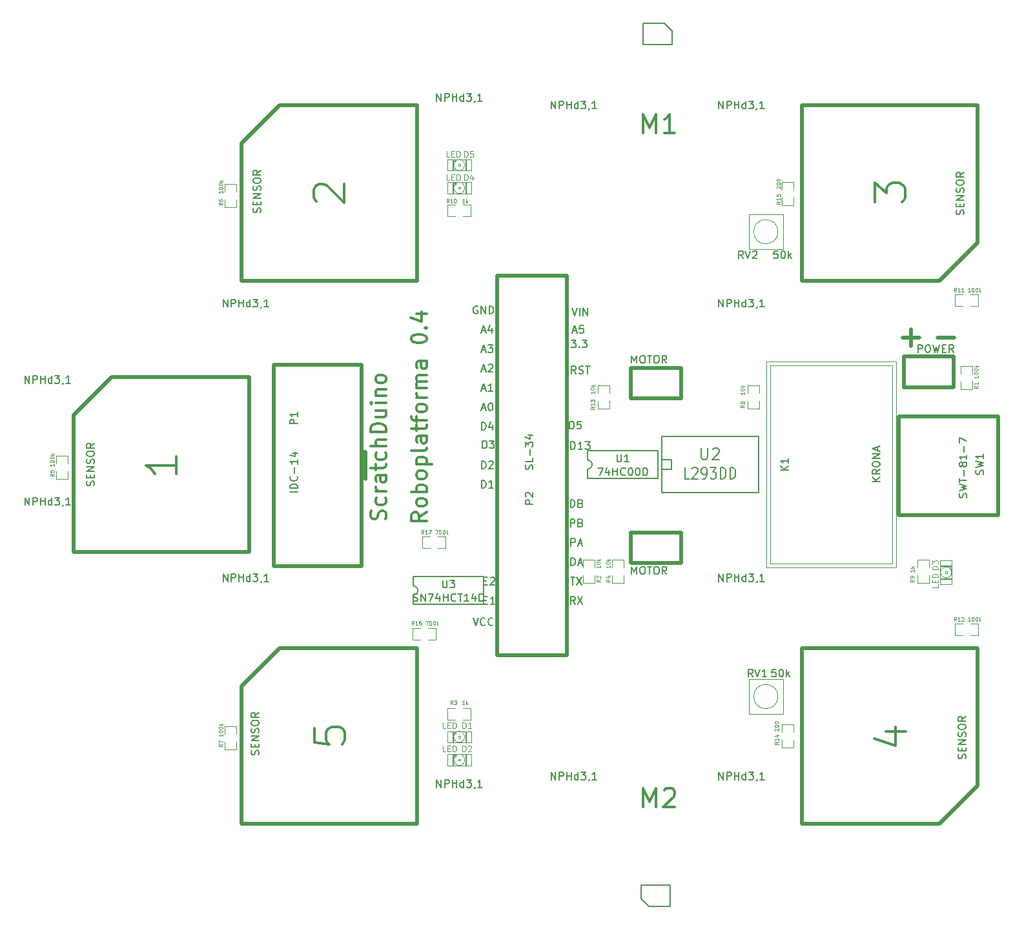
<source format=gbr>
G04 (created by PCBNEW (2013-may-18)-stable) date Вт 27 окт 2015 07:17:40*
%MOIN*%
G04 Gerber Fmt 3.4, Leading zero omitted, Abs format*
%FSLAX34Y34*%
G01*
G70*
G90*
G04 APERTURE LIST*
%ADD10C,0.00590551*%
%ADD11C,0.011811*%
%ADD12C,0.00787402*%
%ADD13C,0.005*%
%ADD14C,0.0039*%
%ADD15C,0.019685*%
%ADD16C,0.0026*%
%ADD17C,0.004*%
%ADD18C,0.00393701*%
%ADD19C,0.0043*%
%ADD20C,0.0035*%
G04 APERTURE END LIST*
G54D10*
G54D11*
X41618Y-34461D02*
X41243Y-34724D01*
X41618Y-34911D02*
X40831Y-34911D01*
X40831Y-34611D01*
X40868Y-34536D01*
X40906Y-34499D01*
X40981Y-34461D01*
X41093Y-34461D01*
X41168Y-34499D01*
X41206Y-34536D01*
X41243Y-34611D01*
X41243Y-34911D01*
X41618Y-34011D02*
X41581Y-34086D01*
X41543Y-34124D01*
X41468Y-34161D01*
X41243Y-34161D01*
X41168Y-34124D01*
X41131Y-34086D01*
X41093Y-34011D01*
X41093Y-33899D01*
X41131Y-33824D01*
X41168Y-33786D01*
X41243Y-33749D01*
X41468Y-33749D01*
X41543Y-33786D01*
X41581Y-33824D01*
X41618Y-33899D01*
X41618Y-34011D01*
X41618Y-33412D02*
X40831Y-33412D01*
X41131Y-33412D02*
X41093Y-33337D01*
X41093Y-33187D01*
X41131Y-33112D01*
X41168Y-33074D01*
X41243Y-33037D01*
X41468Y-33037D01*
X41543Y-33074D01*
X41581Y-33112D01*
X41618Y-33187D01*
X41618Y-33337D01*
X41581Y-33412D01*
X41618Y-32587D02*
X41581Y-32662D01*
X41543Y-32699D01*
X41468Y-32737D01*
X41243Y-32737D01*
X41168Y-32699D01*
X41131Y-32662D01*
X41093Y-32587D01*
X41093Y-32474D01*
X41131Y-32399D01*
X41168Y-32362D01*
X41243Y-32324D01*
X41468Y-32324D01*
X41543Y-32362D01*
X41581Y-32399D01*
X41618Y-32474D01*
X41618Y-32587D01*
X41093Y-31987D02*
X41881Y-31987D01*
X41131Y-31987D02*
X41093Y-31912D01*
X41093Y-31762D01*
X41131Y-31687D01*
X41168Y-31649D01*
X41243Y-31612D01*
X41468Y-31612D01*
X41543Y-31649D01*
X41581Y-31687D01*
X41618Y-31762D01*
X41618Y-31912D01*
X41581Y-31987D01*
X41618Y-31162D02*
X41581Y-31237D01*
X41506Y-31274D01*
X40831Y-31274D01*
X41618Y-30524D02*
X41206Y-30524D01*
X41131Y-30562D01*
X41093Y-30637D01*
X41093Y-30787D01*
X41131Y-30862D01*
X41581Y-30524D02*
X41618Y-30599D01*
X41618Y-30787D01*
X41581Y-30862D01*
X41506Y-30899D01*
X41431Y-30899D01*
X41356Y-30862D01*
X41318Y-30787D01*
X41318Y-30599D01*
X41281Y-30524D01*
X41093Y-30262D02*
X41093Y-29962D01*
X40831Y-30149D02*
X41506Y-30149D01*
X41581Y-30112D01*
X41618Y-30037D01*
X41618Y-29962D01*
X41093Y-29812D02*
X41093Y-29512D01*
X41618Y-29699D02*
X40943Y-29699D01*
X40868Y-29662D01*
X40831Y-29587D01*
X40831Y-29512D01*
X41618Y-29137D02*
X41581Y-29212D01*
X41543Y-29250D01*
X41468Y-29287D01*
X41243Y-29287D01*
X41168Y-29250D01*
X41131Y-29212D01*
X41093Y-29137D01*
X41093Y-29025D01*
X41131Y-28950D01*
X41168Y-28912D01*
X41243Y-28875D01*
X41468Y-28875D01*
X41543Y-28912D01*
X41581Y-28950D01*
X41618Y-29025D01*
X41618Y-29137D01*
X41618Y-28537D02*
X41093Y-28537D01*
X41243Y-28537D02*
X41168Y-28500D01*
X41131Y-28462D01*
X41093Y-28387D01*
X41093Y-28312D01*
X41618Y-28050D02*
X41093Y-28050D01*
X41168Y-28050D02*
X41131Y-28012D01*
X41093Y-27937D01*
X41093Y-27825D01*
X41131Y-27750D01*
X41206Y-27712D01*
X41618Y-27712D01*
X41206Y-27712D02*
X41131Y-27675D01*
X41093Y-27600D01*
X41093Y-27487D01*
X41131Y-27412D01*
X41206Y-27375D01*
X41618Y-27375D01*
X41618Y-26662D02*
X41206Y-26662D01*
X41131Y-26700D01*
X41093Y-26775D01*
X41093Y-26925D01*
X41131Y-27000D01*
X41581Y-26662D02*
X41618Y-26737D01*
X41618Y-26925D01*
X41581Y-27000D01*
X41506Y-27037D01*
X41431Y-27037D01*
X41356Y-27000D01*
X41318Y-26925D01*
X41318Y-26737D01*
X41281Y-26662D01*
X40831Y-25538D02*
X40831Y-25463D01*
X40868Y-25388D01*
X40906Y-25350D01*
X40981Y-25313D01*
X41131Y-25275D01*
X41318Y-25275D01*
X41468Y-25313D01*
X41543Y-25350D01*
X41581Y-25388D01*
X41618Y-25463D01*
X41618Y-25538D01*
X41581Y-25612D01*
X41543Y-25650D01*
X41468Y-25687D01*
X41318Y-25725D01*
X41131Y-25725D01*
X40981Y-25687D01*
X40906Y-25650D01*
X40868Y-25612D01*
X40831Y-25538D01*
X41543Y-24938D02*
X41581Y-24900D01*
X41618Y-24938D01*
X41581Y-24975D01*
X41543Y-24938D01*
X41618Y-24938D01*
X41093Y-24225D02*
X41618Y-24225D01*
X40793Y-24413D02*
X41356Y-24600D01*
X41356Y-24113D01*
X39481Y-34830D02*
X39518Y-34718D01*
X39518Y-34530D01*
X39481Y-34455D01*
X39443Y-34418D01*
X39368Y-34380D01*
X39293Y-34380D01*
X39218Y-34418D01*
X39181Y-34455D01*
X39143Y-34530D01*
X39106Y-34680D01*
X39068Y-34755D01*
X39031Y-34793D01*
X38956Y-34830D01*
X38881Y-34830D01*
X38806Y-34793D01*
X38768Y-34755D01*
X38731Y-34680D01*
X38731Y-34493D01*
X38768Y-34380D01*
X39481Y-33705D02*
X39518Y-33780D01*
X39518Y-33930D01*
X39481Y-34005D01*
X39443Y-34043D01*
X39368Y-34080D01*
X39143Y-34080D01*
X39068Y-34043D01*
X39031Y-34005D01*
X38993Y-33930D01*
X38993Y-33780D01*
X39031Y-33705D01*
X39518Y-33368D02*
X38993Y-33368D01*
X39143Y-33368D02*
X39068Y-33330D01*
X39031Y-33293D01*
X38993Y-33218D01*
X38993Y-33143D01*
X39518Y-32543D02*
X39106Y-32543D01*
X39031Y-32581D01*
X38993Y-32656D01*
X38993Y-32806D01*
X39031Y-32881D01*
X39481Y-32543D02*
X39518Y-32618D01*
X39518Y-32806D01*
X39481Y-32881D01*
X39406Y-32918D01*
X39331Y-32918D01*
X39256Y-32881D01*
X39218Y-32806D01*
X39218Y-32618D01*
X39181Y-32543D01*
X38993Y-32281D02*
X38993Y-31981D01*
X38731Y-32168D02*
X39406Y-32168D01*
X39481Y-32131D01*
X39518Y-32056D01*
X39518Y-31981D01*
X39481Y-31381D02*
X39518Y-31456D01*
X39518Y-31606D01*
X39481Y-31681D01*
X39443Y-31718D01*
X39368Y-31756D01*
X39143Y-31756D01*
X39068Y-31718D01*
X39031Y-31681D01*
X38993Y-31606D01*
X38993Y-31456D01*
X39031Y-31381D01*
X39518Y-31043D02*
X38731Y-31043D01*
X39518Y-30706D02*
X39106Y-30706D01*
X39031Y-30743D01*
X38993Y-30818D01*
X38993Y-30931D01*
X39031Y-31006D01*
X39068Y-31043D01*
X39518Y-30331D02*
X38731Y-30331D01*
X38731Y-30143D01*
X38768Y-30031D01*
X38843Y-29956D01*
X38918Y-29918D01*
X39068Y-29881D01*
X39181Y-29881D01*
X39331Y-29918D01*
X39406Y-29956D01*
X39481Y-30031D01*
X39518Y-30143D01*
X39518Y-30331D01*
X38993Y-29206D02*
X39518Y-29206D01*
X38993Y-29543D02*
X39406Y-29543D01*
X39481Y-29506D01*
X39518Y-29431D01*
X39518Y-29318D01*
X39481Y-29243D01*
X39443Y-29206D01*
X39518Y-28831D02*
X38993Y-28831D01*
X38731Y-28831D02*
X38768Y-28869D01*
X38806Y-28831D01*
X38768Y-28794D01*
X38731Y-28831D01*
X38806Y-28831D01*
X38993Y-28456D02*
X39518Y-28456D01*
X39068Y-28456D02*
X39031Y-28419D01*
X38993Y-28344D01*
X38993Y-28231D01*
X39031Y-28156D01*
X39106Y-28119D01*
X39518Y-28119D01*
X39518Y-27631D02*
X39481Y-27706D01*
X39443Y-27744D01*
X39368Y-27781D01*
X39143Y-27781D01*
X39068Y-27744D01*
X39031Y-27706D01*
X38993Y-27631D01*
X38993Y-27519D01*
X39031Y-27444D01*
X39068Y-27406D01*
X39143Y-27369D01*
X39368Y-27369D01*
X39443Y-27406D01*
X39481Y-27444D01*
X39518Y-27519D01*
X39518Y-27631D01*
G54D12*
X54200Y-53700D02*
X52700Y-53700D01*
X54200Y-54800D02*
X54200Y-53700D01*
X53100Y-54800D02*
X54200Y-54800D01*
X52700Y-53800D02*
X52700Y-53700D01*
X52700Y-54400D02*
X52700Y-53800D01*
X53100Y-54800D02*
X52700Y-54400D01*
G54D11*
X52803Y-14898D02*
X52803Y-13914D01*
X53131Y-14617D01*
X53459Y-13914D01*
X53459Y-14898D01*
X54443Y-14898D02*
X53881Y-14898D01*
X54162Y-14898D02*
X54162Y-13914D01*
X54068Y-14054D01*
X53974Y-14148D01*
X53881Y-14195D01*
X52803Y-49698D02*
X52803Y-48714D01*
X53131Y-49417D01*
X53459Y-48714D01*
X53459Y-49698D01*
X53881Y-48807D02*
X53928Y-48761D01*
X54021Y-48714D01*
X54256Y-48714D01*
X54349Y-48761D01*
X54396Y-48807D01*
X54443Y-48901D01*
X54443Y-48995D01*
X54396Y-49135D01*
X53834Y-49698D01*
X54443Y-49698D01*
G54D12*
X52800Y-9200D02*
X52900Y-9200D01*
X52800Y-10300D02*
X52800Y-9200D01*
X54300Y-10300D02*
X52800Y-10300D01*
X54300Y-9600D02*
X54300Y-10300D01*
X53900Y-9200D02*
X54300Y-9600D01*
X52900Y-9200D02*
X53900Y-9200D01*
G54D11*
X35834Y-45607D02*
X35834Y-46357D01*
X36584Y-46432D01*
X36509Y-46357D01*
X36434Y-46207D01*
X36434Y-45832D01*
X36509Y-45682D01*
X36584Y-45607D01*
X36734Y-45532D01*
X37109Y-45532D01*
X37259Y-45607D01*
X37334Y-45682D01*
X37409Y-45832D01*
X37409Y-46207D01*
X37334Y-46357D01*
X37259Y-46432D01*
X65315Y-45780D02*
X66365Y-45780D01*
X64715Y-46155D02*
X65840Y-46530D01*
X65840Y-45555D01*
X64751Y-18436D02*
X64751Y-17461D01*
X65351Y-17986D01*
X65351Y-17761D01*
X65426Y-17611D01*
X65501Y-17536D01*
X65651Y-17461D01*
X66026Y-17461D01*
X66176Y-17536D01*
X66251Y-17611D01*
X66326Y-17761D01*
X66326Y-18211D01*
X66251Y-18361D01*
X66176Y-18436D01*
X35935Y-18420D02*
X35860Y-18345D01*
X35785Y-18195D01*
X35785Y-17820D01*
X35860Y-17670D01*
X35935Y-17595D01*
X36085Y-17520D01*
X36235Y-17520D01*
X36459Y-17595D01*
X37359Y-18495D01*
X37359Y-17520D01*
X28708Y-31585D02*
X28708Y-32485D01*
X28708Y-32035D02*
X27133Y-32035D01*
X27358Y-32185D01*
X27508Y-32335D01*
X27583Y-32485D01*
G54D12*
X49938Y-32236D02*
X49938Y-32708D01*
X49938Y-31291D02*
X49938Y-31763D01*
X49938Y-32236D02*
G75*
G03X50175Y-32000I0J236D01*
G74*
G01*
X50175Y-32000D02*
G75*
G03X49938Y-31763I-236J0D01*
G74*
G01*
X49938Y-31291D02*
X53561Y-31291D01*
X53561Y-31291D02*
X53561Y-32708D01*
X53561Y-32708D02*
X49938Y-32708D01*
G54D13*
X58750Y-33450D02*
X58750Y-30550D01*
X53750Y-30550D02*
X53750Y-33450D01*
X58750Y-33450D02*
X53750Y-33450D01*
X53750Y-30550D02*
X58750Y-30550D01*
X53750Y-31750D02*
X54250Y-31750D01*
X54250Y-31750D02*
X54250Y-32250D01*
X54250Y-32250D02*
X53750Y-32250D01*
G54D14*
X51800Y-37700D02*
X51800Y-38100D01*
X51800Y-38100D02*
X51200Y-38100D01*
X51200Y-38100D02*
X51200Y-37700D01*
X51200Y-37300D02*
X51200Y-36900D01*
X51200Y-36900D02*
X51800Y-36900D01*
X51800Y-36900D02*
X51800Y-37300D01*
X31800Y-46300D02*
X31800Y-46700D01*
X31800Y-46700D02*
X31200Y-46700D01*
X31200Y-46700D02*
X31200Y-46300D01*
X31200Y-45900D02*
X31200Y-45500D01*
X31200Y-45500D02*
X31800Y-45500D01*
X31800Y-45500D02*
X31800Y-45900D01*
X23100Y-32350D02*
X23100Y-32750D01*
X23100Y-32750D02*
X22500Y-32750D01*
X22500Y-32750D02*
X22500Y-32350D01*
X22500Y-31950D02*
X22500Y-31550D01*
X22500Y-31550D02*
X23100Y-31550D01*
X23100Y-31550D02*
X23100Y-31950D01*
X31800Y-18300D02*
X31800Y-18700D01*
X31800Y-18700D02*
X31200Y-18700D01*
X31200Y-18700D02*
X31200Y-18300D01*
X31200Y-17900D02*
X31200Y-17500D01*
X31200Y-17500D02*
X31800Y-17500D01*
X31800Y-17500D02*
X31800Y-17900D01*
X58800Y-28700D02*
X58800Y-29100D01*
X58800Y-29100D02*
X58200Y-29100D01*
X58200Y-29100D02*
X58200Y-28700D01*
X58200Y-28300D02*
X58200Y-27900D01*
X58200Y-27900D02*
X58800Y-27900D01*
X58800Y-27900D02*
X58800Y-28300D01*
X51050Y-28700D02*
X51050Y-29100D01*
X51050Y-29100D02*
X50450Y-29100D01*
X50450Y-29100D02*
X50450Y-28700D01*
X50450Y-28300D02*
X50450Y-27900D01*
X50450Y-27900D02*
X51050Y-27900D01*
X51050Y-27900D02*
X51050Y-28300D01*
X43507Y-18597D02*
X43907Y-18597D01*
X43907Y-18597D02*
X43907Y-19197D01*
X43907Y-19197D02*
X43507Y-19197D01*
X43107Y-19197D02*
X42707Y-19197D01*
X42707Y-19197D02*
X42707Y-18597D01*
X42707Y-18597D02*
X43107Y-18597D01*
X69700Y-23200D02*
X70100Y-23200D01*
X70100Y-23200D02*
X70100Y-23800D01*
X70100Y-23800D02*
X69700Y-23800D01*
X69300Y-23800D02*
X68900Y-23800D01*
X68900Y-23800D02*
X68900Y-23200D01*
X68900Y-23200D02*
X69300Y-23200D01*
X49700Y-37300D02*
X49700Y-36900D01*
X49700Y-36900D02*
X50300Y-36900D01*
X50300Y-36900D02*
X50300Y-37300D01*
X50300Y-37700D02*
X50300Y-38100D01*
X50300Y-38100D02*
X49700Y-38100D01*
X49700Y-38100D02*
X49700Y-37700D01*
X43507Y-44581D02*
X43907Y-44581D01*
X43907Y-44581D02*
X43907Y-45181D01*
X43907Y-45181D02*
X43507Y-45181D01*
X43107Y-45181D02*
X42707Y-45181D01*
X42707Y-45181D02*
X42707Y-44581D01*
X42707Y-44581D02*
X43107Y-44581D01*
X69300Y-40800D02*
X68900Y-40800D01*
X68900Y-40800D02*
X68900Y-40200D01*
X68900Y-40200D02*
X69300Y-40200D01*
X69700Y-40200D02*
X70100Y-40200D01*
X70100Y-40200D02*
X70100Y-40800D01*
X70100Y-40800D02*
X69700Y-40800D01*
X66950Y-37300D02*
X66950Y-36900D01*
X66950Y-36900D02*
X67550Y-36900D01*
X67550Y-36900D02*
X67550Y-37300D01*
X67550Y-37700D02*
X67550Y-38100D01*
X67550Y-38100D02*
X66950Y-38100D01*
X66950Y-38100D02*
X66950Y-37700D01*
X69800Y-27700D02*
X69800Y-28100D01*
X69800Y-28100D02*
X69200Y-28100D01*
X69200Y-28100D02*
X69200Y-27700D01*
X69200Y-27300D02*
X69200Y-26900D01*
X69200Y-26900D02*
X69800Y-26900D01*
X69800Y-26900D02*
X69800Y-27300D01*
G54D15*
X54750Y-27000D02*
X54750Y-28574D01*
X54750Y-28574D02*
X52175Y-28574D01*
X52175Y-28574D02*
X52175Y-27000D01*
X52175Y-27000D02*
X54750Y-27000D01*
X54750Y-35500D02*
X54750Y-37074D01*
X54750Y-37074D02*
X52175Y-37074D01*
X52175Y-37074D02*
X52175Y-35500D01*
X52175Y-35500D02*
X54750Y-35500D01*
G54D16*
X43346Y-16496D02*
X43268Y-16496D01*
X43268Y-16496D02*
X43268Y-16574D01*
X43346Y-16574D02*
X43268Y-16574D01*
X43346Y-16496D02*
X43346Y-16574D01*
X43130Y-16260D02*
X42993Y-16260D01*
X42993Y-16260D02*
X42993Y-16358D01*
X43130Y-16358D02*
X42993Y-16358D01*
X43130Y-16260D02*
X43130Y-16358D01*
X42993Y-16260D02*
X42953Y-16260D01*
X42953Y-16260D02*
X42953Y-16731D01*
X42993Y-16731D02*
X42953Y-16731D01*
X42993Y-16260D02*
X42993Y-16731D01*
X42993Y-16751D02*
X42953Y-16751D01*
X42953Y-16751D02*
X42953Y-16810D01*
X42993Y-16810D02*
X42953Y-16810D01*
X42993Y-16751D02*
X42993Y-16810D01*
X43661Y-16260D02*
X43621Y-16260D01*
X43621Y-16260D02*
X43621Y-16731D01*
X43661Y-16731D02*
X43621Y-16731D01*
X43661Y-16260D02*
X43661Y-16731D01*
X43661Y-16751D02*
X43621Y-16751D01*
X43621Y-16751D02*
X43621Y-16810D01*
X43661Y-16810D02*
X43621Y-16810D01*
X43661Y-16751D02*
X43661Y-16810D01*
X43130Y-16260D02*
X43071Y-16260D01*
X43071Y-16260D02*
X43071Y-16358D01*
X43130Y-16358D02*
X43071Y-16358D01*
X43130Y-16260D02*
X43130Y-16358D01*
G54D17*
X42697Y-16240D02*
X43917Y-16240D01*
X43917Y-16240D02*
X43917Y-16830D01*
X43917Y-16830D02*
X42697Y-16830D01*
X42697Y-16830D02*
X42697Y-16240D01*
X43522Y-16338D02*
G75*
G03X43091Y-16339I-215J-196D01*
G74*
G01*
X43522Y-16731D02*
G75*
G03X43523Y-16339I-215J196D01*
G74*
G01*
X43091Y-16732D02*
G75*
G03X43523Y-16731I215J196D01*
G74*
G01*
X43091Y-16339D02*
G75*
G03X43091Y-16731I215J-196D01*
G74*
G01*
G54D16*
X43346Y-17677D02*
X43268Y-17677D01*
X43268Y-17677D02*
X43268Y-17755D01*
X43346Y-17755D02*
X43268Y-17755D01*
X43346Y-17677D02*
X43346Y-17755D01*
X43130Y-17441D02*
X42993Y-17441D01*
X42993Y-17441D02*
X42993Y-17539D01*
X43130Y-17539D02*
X42993Y-17539D01*
X43130Y-17441D02*
X43130Y-17539D01*
X42993Y-17441D02*
X42953Y-17441D01*
X42953Y-17441D02*
X42953Y-17912D01*
X42993Y-17912D02*
X42953Y-17912D01*
X42993Y-17441D02*
X42993Y-17912D01*
X42993Y-17932D02*
X42953Y-17932D01*
X42953Y-17932D02*
X42953Y-17991D01*
X42993Y-17991D02*
X42953Y-17991D01*
X42993Y-17932D02*
X42993Y-17991D01*
X43661Y-17441D02*
X43621Y-17441D01*
X43621Y-17441D02*
X43621Y-17912D01*
X43661Y-17912D02*
X43621Y-17912D01*
X43661Y-17441D02*
X43661Y-17912D01*
X43661Y-17932D02*
X43621Y-17932D01*
X43621Y-17932D02*
X43621Y-17991D01*
X43661Y-17991D02*
X43621Y-17991D01*
X43661Y-17932D02*
X43661Y-17991D01*
X43130Y-17441D02*
X43071Y-17441D01*
X43071Y-17441D02*
X43071Y-17539D01*
X43130Y-17539D02*
X43071Y-17539D01*
X43130Y-17441D02*
X43130Y-17539D01*
G54D17*
X42697Y-17421D02*
X43917Y-17421D01*
X43917Y-17421D02*
X43917Y-18011D01*
X43917Y-18011D02*
X42697Y-18011D01*
X42697Y-18011D02*
X42697Y-17421D01*
X43522Y-17519D02*
G75*
G03X43091Y-17520I-215J-196D01*
G74*
G01*
X43522Y-17912D02*
G75*
G03X43523Y-17520I-215J196D01*
G74*
G01*
X43091Y-17913D02*
G75*
G03X43523Y-17912I215J196D01*
G74*
G01*
X43091Y-17520D02*
G75*
G03X43091Y-17912I215J-196D01*
G74*
G01*
G54D16*
X43346Y-47205D02*
X43268Y-47205D01*
X43268Y-47205D02*
X43268Y-47283D01*
X43346Y-47283D02*
X43268Y-47283D01*
X43346Y-47205D02*
X43346Y-47283D01*
X43130Y-46969D02*
X42993Y-46969D01*
X42993Y-46969D02*
X42993Y-47067D01*
X43130Y-47067D02*
X42993Y-47067D01*
X43130Y-46969D02*
X43130Y-47067D01*
X42993Y-46969D02*
X42953Y-46969D01*
X42953Y-46969D02*
X42953Y-47440D01*
X42993Y-47440D02*
X42953Y-47440D01*
X42993Y-46969D02*
X42993Y-47440D01*
X42993Y-47460D02*
X42953Y-47460D01*
X42953Y-47460D02*
X42953Y-47519D01*
X42993Y-47519D02*
X42953Y-47519D01*
X42993Y-47460D02*
X42993Y-47519D01*
X43661Y-46969D02*
X43621Y-46969D01*
X43621Y-46969D02*
X43621Y-47440D01*
X43661Y-47440D02*
X43621Y-47440D01*
X43661Y-46969D02*
X43661Y-47440D01*
X43661Y-47460D02*
X43621Y-47460D01*
X43621Y-47460D02*
X43621Y-47519D01*
X43661Y-47519D02*
X43621Y-47519D01*
X43661Y-47460D02*
X43661Y-47519D01*
X43130Y-46969D02*
X43071Y-46969D01*
X43071Y-46969D02*
X43071Y-47067D01*
X43130Y-47067D02*
X43071Y-47067D01*
X43130Y-46969D02*
X43130Y-47067D01*
G54D17*
X42697Y-46949D02*
X43917Y-46949D01*
X43917Y-46949D02*
X43917Y-47539D01*
X43917Y-47539D02*
X42697Y-47539D01*
X42697Y-47539D02*
X42697Y-46949D01*
X43522Y-47047D02*
G75*
G03X43091Y-47048I-215J-196D01*
G74*
G01*
X43522Y-47440D02*
G75*
G03X43523Y-47048I-215J196D01*
G74*
G01*
X43091Y-47440D02*
G75*
G03X43523Y-47440I215J196D01*
G74*
G01*
X43091Y-47047D02*
G75*
G03X43091Y-47440I215J-196D01*
G74*
G01*
G54D16*
X43346Y-46023D02*
X43268Y-46023D01*
X43268Y-46023D02*
X43268Y-46101D01*
X43346Y-46101D02*
X43268Y-46101D01*
X43346Y-46023D02*
X43346Y-46101D01*
X43130Y-45787D02*
X42993Y-45787D01*
X42993Y-45787D02*
X42993Y-45885D01*
X43130Y-45885D02*
X42993Y-45885D01*
X43130Y-45787D02*
X43130Y-45885D01*
X42993Y-45787D02*
X42953Y-45787D01*
X42953Y-45787D02*
X42953Y-46258D01*
X42993Y-46258D02*
X42953Y-46258D01*
X42993Y-45787D02*
X42993Y-46258D01*
X42993Y-46278D02*
X42953Y-46278D01*
X42953Y-46278D02*
X42953Y-46337D01*
X42993Y-46337D02*
X42953Y-46337D01*
X42993Y-46278D02*
X42993Y-46337D01*
X43661Y-45787D02*
X43621Y-45787D01*
X43621Y-45787D02*
X43621Y-46258D01*
X43661Y-46258D02*
X43621Y-46258D01*
X43661Y-45787D02*
X43661Y-46258D01*
X43661Y-46278D02*
X43621Y-46278D01*
X43621Y-46278D02*
X43621Y-46337D01*
X43661Y-46337D02*
X43621Y-46337D01*
X43661Y-46278D02*
X43661Y-46337D01*
X43130Y-45787D02*
X43071Y-45787D01*
X43071Y-45787D02*
X43071Y-45885D01*
X43130Y-45885D02*
X43071Y-45885D01*
X43130Y-45787D02*
X43130Y-45885D01*
G54D17*
X42697Y-45767D02*
X43917Y-45767D01*
X43917Y-45767D02*
X43917Y-46357D01*
X43917Y-46357D02*
X42697Y-46357D01*
X42697Y-46357D02*
X42697Y-45767D01*
X43522Y-45866D02*
G75*
G03X43091Y-45867I-215J-196D01*
G74*
G01*
X43522Y-46259D02*
G75*
G03X43523Y-45867I-215J196D01*
G74*
G01*
X43091Y-46259D02*
G75*
G03X43523Y-46258I215J196D01*
G74*
G01*
X43091Y-45866D02*
G75*
G03X43091Y-46258I215J-196D01*
G74*
G01*
G54D16*
X68479Y-37603D02*
X68479Y-37525D01*
X68479Y-37525D02*
X68401Y-37525D01*
X68401Y-37603D02*
X68401Y-37525D01*
X68479Y-37603D02*
X68401Y-37603D01*
X68715Y-37387D02*
X68715Y-37250D01*
X68715Y-37250D02*
X68617Y-37250D01*
X68617Y-37387D02*
X68617Y-37250D01*
X68715Y-37387D02*
X68617Y-37387D01*
X68715Y-37250D02*
X68715Y-37210D01*
X68715Y-37210D02*
X68244Y-37210D01*
X68244Y-37250D02*
X68244Y-37210D01*
X68715Y-37250D02*
X68244Y-37250D01*
X68224Y-37250D02*
X68224Y-37210D01*
X68224Y-37210D02*
X68165Y-37210D01*
X68165Y-37250D02*
X68165Y-37210D01*
X68224Y-37250D02*
X68165Y-37250D01*
X68715Y-37918D02*
X68715Y-37878D01*
X68715Y-37878D02*
X68244Y-37878D01*
X68244Y-37918D02*
X68244Y-37878D01*
X68715Y-37918D02*
X68244Y-37918D01*
X68224Y-37918D02*
X68224Y-37878D01*
X68224Y-37878D02*
X68165Y-37878D01*
X68165Y-37918D02*
X68165Y-37878D01*
X68224Y-37918D02*
X68165Y-37918D01*
X68715Y-37387D02*
X68715Y-37328D01*
X68715Y-37328D02*
X68617Y-37328D01*
X68617Y-37387D02*
X68617Y-37328D01*
X68715Y-37387D02*
X68617Y-37387D01*
G54D17*
X68735Y-36954D02*
X68735Y-38174D01*
X68735Y-38174D02*
X68145Y-38174D01*
X68145Y-38174D02*
X68145Y-36954D01*
X68145Y-36954D02*
X68735Y-36954D01*
X68637Y-37780D02*
G75*
G03X68636Y-37348I-196J215D01*
G74*
G01*
X68244Y-37780D02*
G75*
G03X68636Y-37781I196J215D01*
G74*
G01*
X68244Y-37349D02*
G75*
G03X68245Y-37781I196J-215D01*
G74*
G01*
X68637Y-37349D02*
G75*
G03X68245Y-37348I-196J-215D01*
G74*
G01*
G54D12*
X40938Y-38736D02*
X40938Y-39208D01*
X40938Y-37791D02*
X40938Y-38263D01*
X40938Y-38736D02*
G75*
G03X41175Y-38500I0J236D01*
G74*
G01*
X41175Y-38500D02*
G75*
G03X40938Y-38263I-236J0D01*
G74*
G01*
X40938Y-37791D02*
X44561Y-37791D01*
X44561Y-37791D02*
X44561Y-39208D01*
X44561Y-39208D02*
X40938Y-39208D01*
G54D14*
X59950Y-45800D02*
X59950Y-45400D01*
X59950Y-45400D02*
X60550Y-45400D01*
X60550Y-45400D02*
X60550Y-45800D01*
X60550Y-46200D02*
X60550Y-46600D01*
X60550Y-46600D02*
X59950Y-46600D01*
X59950Y-46600D02*
X59950Y-46200D01*
X60550Y-18200D02*
X60550Y-18600D01*
X60550Y-18600D02*
X59950Y-18600D01*
X59950Y-18600D02*
X59950Y-18200D01*
X59950Y-17800D02*
X59950Y-17400D01*
X59950Y-17400D02*
X60550Y-17400D01*
X60550Y-17400D02*
X60550Y-17800D01*
X41800Y-36300D02*
X41400Y-36300D01*
X41400Y-36300D02*
X41400Y-35700D01*
X41400Y-35700D02*
X41800Y-35700D01*
X42200Y-35700D02*
X42600Y-35700D01*
X42600Y-35700D02*
X42600Y-36300D01*
X42600Y-36300D02*
X42200Y-36300D01*
X41700Y-40450D02*
X42100Y-40450D01*
X42100Y-40450D02*
X42100Y-41050D01*
X42100Y-41050D02*
X41700Y-41050D01*
X41300Y-41050D02*
X40900Y-41050D01*
X40900Y-41050D02*
X40900Y-40450D01*
X40900Y-40450D02*
X41300Y-40450D01*
G54D18*
X65649Y-26881D02*
X65649Y-37118D01*
X65649Y-37118D02*
X59350Y-37118D01*
X59350Y-37118D02*
X59350Y-26881D01*
X59350Y-26881D02*
X65649Y-26881D01*
X65846Y-26685D02*
X65846Y-37314D01*
X65846Y-37314D02*
X59153Y-37314D01*
X59153Y-37314D02*
X59153Y-26685D01*
X59153Y-26685D02*
X65846Y-26685D01*
G54D15*
X66000Y-29500D02*
X66000Y-34618D01*
X66000Y-34618D02*
X71118Y-34618D01*
X71118Y-34618D02*
X71118Y-29500D01*
X71118Y-29500D02*
X66000Y-29500D01*
G54D18*
X59760Y-19980D02*
G75*
G03X59760Y-19980I-626J0D01*
G74*
G01*
X58248Y-20866D02*
X58248Y-19094D01*
X58248Y-19094D02*
X60019Y-19094D01*
X60019Y-19094D02*
X60019Y-20866D01*
X60019Y-20866D02*
X58248Y-20866D01*
X59760Y-43980D02*
G75*
G03X59760Y-43980I-626J0D01*
G74*
G01*
X58248Y-44866D02*
X58248Y-43094D01*
X58248Y-43094D02*
X60019Y-43094D01*
X60019Y-43094D02*
X60019Y-44866D01*
X60019Y-44866D02*
X58248Y-44866D01*
G54D15*
X67982Y-25440D02*
X68848Y-25440D01*
X66643Y-25874D02*
X66643Y-25007D01*
X66210Y-25440D02*
X67076Y-25440D01*
X66250Y-28000D02*
X66250Y-26425D01*
X66250Y-26425D02*
X68824Y-26425D01*
X68824Y-26425D02*
X68824Y-28000D01*
X68824Y-28000D02*
X66250Y-28000D01*
X38446Y-31344D02*
X38446Y-32761D01*
X38446Y-31344D02*
X38250Y-31344D01*
X38250Y-37250D02*
X38250Y-26856D01*
X38250Y-26856D02*
X33722Y-26856D01*
X33722Y-26856D02*
X33722Y-37250D01*
X33722Y-37250D02*
X38250Y-37250D01*
X45250Y-22250D02*
X45250Y-41848D01*
X45250Y-41848D02*
X48872Y-41848D01*
X48872Y-41848D02*
X48872Y-22250D01*
X48872Y-22250D02*
X45250Y-22250D01*
X32460Y-36523D02*
X32460Y-27468D01*
X32460Y-27468D02*
X25374Y-27468D01*
X25374Y-27468D02*
X23405Y-29437D01*
X23405Y-29437D02*
X23405Y-36523D01*
X23405Y-36523D02*
X32460Y-36523D01*
X61003Y-41484D02*
X61003Y-50539D01*
X61003Y-50539D02*
X68090Y-50539D01*
X68090Y-50539D02*
X70059Y-48570D01*
X70059Y-48570D02*
X70059Y-41484D01*
X70059Y-41484D02*
X61003Y-41484D01*
X61003Y-13452D02*
X61003Y-22507D01*
X61003Y-22507D02*
X68090Y-22507D01*
X68090Y-22507D02*
X70059Y-20539D01*
X70059Y-20539D02*
X70059Y-13452D01*
X70059Y-13452D02*
X61003Y-13452D01*
X41122Y-22507D02*
X41122Y-13452D01*
X41122Y-13452D02*
X34035Y-13452D01*
X34035Y-13452D02*
X32066Y-15421D01*
X32066Y-15421D02*
X32066Y-22507D01*
X32066Y-22507D02*
X41122Y-22507D01*
X41122Y-50539D02*
X41122Y-41484D01*
X41122Y-41484D02*
X34035Y-41484D01*
X34035Y-41484D02*
X32066Y-43452D01*
X32066Y-43452D02*
X32066Y-50539D01*
X32066Y-50539D02*
X41122Y-50539D01*
G54D10*
X56711Y-13626D02*
X56711Y-13232D01*
X56936Y-13626D01*
X56936Y-13232D01*
X57124Y-13626D02*
X57124Y-13232D01*
X57274Y-13232D01*
X57311Y-13251D01*
X57330Y-13270D01*
X57349Y-13307D01*
X57349Y-13363D01*
X57330Y-13401D01*
X57311Y-13420D01*
X57274Y-13438D01*
X57124Y-13438D01*
X57517Y-13626D02*
X57517Y-13232D01*
X57517Y-13420D02*
X57742Y-13420D01*
X57742Y-13626D02*
X57742Y-13232D01*
X58098Y-13626D02*
X58098Y-13232D01*
X58098Y-13607D02*
X58061Y-13626D01*
X57986Y-13626D01*
X57949Y-13607D01*
X57930Y-13588D01*
X57911Y-13551D01*
X57911Y-13438D01*
X57930Y-13401D01*
X57949Y-13382D01*
X57986Y-13363D01*
X58061Y-13363D01*
X58098Y-13382D01*
X58248Y-13232D02*
X58492Y-13232D01*
X58361Y-13382D01*
X58417Y-13382D01*
X58455Y-13401D01*
X58473Y-13420D01*
X58492Y-13457D01*
X58492Y-13551D01*
X58473Y-13588D01*
X58455Y-13607D01*
X58417Y-13626D01*
X58305Y-13626D01*
X58267Y-13607D01*
X58248Y-13588D01*
X58680Y-13607D02*
X58680Y-13626D01*
X58661Y-13663D01*
X58642Y-13682D01*
X59055Y-13626D02*
X58830Y-13626D01*
X58942Y-13626D02*
X58942Y-13232D01*
X58905Y-13288D01*
X58867Y-13326D01*
X58830Y-13345D01*
X51450Y-31465D02*
X51450Y-31784D01*
X51468Y-31821D01*
X51487Y-31840D01*
X51525Y-31859D01*
X51600Y-31859D01*
X51637Y-31840D01*
X51656Y-31821D01*
X51675Y-31784D01*
X51675Y-31465D01*
X52068Y-31859D02*
X51843Y-31859D01*
X51956Y-31859D02*
X51956Y-31465D01*
X51918Y-31521D01*
X51881Y-31559D01*
X51843Y-31578D01*
X50456Y-32165D02*
X50718Y-32165D01*
X50550Y-32559D01*
X51037Y-32296D02*
X51037Y-32559D01*
X50943Y-32146D02*
X50850Y-32428D01*
X51093Y-32428D01*
X51243Y-32559D02*
X51243Y-32165D01*
X51243Y-32353D02*
X51468Y-32353D01*
X51468Y-32559D02*
X51468Y-32165D01*
X51881Y-32521D02*
X51862Y-32540D01*
X51806Y-32559D01*
X51768Y-32559D01*
X51712Y-32540D01*
X51675Y-32503D01*
X51656Y-32465D01*
X51637Y-32390D01*
X51637Y-32334D01*
X51656Y-32259D01*
X51675Y-32221D01*
X51712Y-32184D01*
X51768Y-32165D01*
X51806Y-32165D01*
X51862Y-32184D01*
X51881Y-32203D01*
X52124Y-32165D02*
X52162Y-32165D01*
X52199Y-32184D01*
X52218Y-32203D01*
X52237Y-32240D01*
X52256Y-32315D01*
X52256Y-32409D01*
X52237Y-32484D01*
X52218Y-32521D01*
X52199Y-32540D01*
X52162Y-32559D01*
X52124Y-32559D01*
X52087Y-32540D01*
X52068Y-32521D01*
X52049Y-32484D01*
X52031Y-32409D01*
X52031Y-32315D01*
X52049Y-32240D01*
X52068Y-32203D01*
X52087Y-32184D01*
X52124Y-32165D01*
X52499Y-32165D02*
X52537Y-32165D01*
X52574Y-32184D01*
X52593Y-32203D01*
X52612Y-32240D01*
X52631Y-32315D01*
X52631Y-32409D01*
X52612Y-32484D01*
X52593Y-32521D01*
X52574Y-32540D01*
X52537Y-32559D01*
X52499Y-32559D01*
X52462Y-32540D01*
X52443Y-32521D01*
X52424Y-32484D01*
X52406Y-32409D01*
X52406Y-32315D01*
X52424Y-32240D01*
X52443Y-32203D01*
X52462Y-32184D01*
X52499Y-32165D01*
X52799Y-32559D02*
X52799Y-32165D01*
X52893Y-32165D01*
X52949Y-32184D01*
X52987Y-32221D01*
X53006Y-32259D01*
X53024Y-32334D01*
X53024Y-32390D01*
X53006Y-32465D01*
X52987Y-32503D01*
X52949Y-32540D01*
X52893Y-32559D01*
X52799Y-32559D01*
G54D13*
X55792Y-31142D02*
X55792Y-31628D01*
X55821Y-31685D01*
X55850Y-31714D01*
X55907Y-31742D01*
X56021Y-31742D01*
X56078Y-31714D01*
X56107Y-31685D01*
X56135Y-31628D01*
X56135Y-31142D01*
X56392Y-31200D02*
X56421Y-31171D01*
X56478Y-31142D01*
X56621Y-31142D01*
X56678Y-31171D01*
X56707Y-31200D01*
X56735Y-31257D01*
X56735Y-31314D01*
X56707Y-31400D01*
X56364Y-31742D01*
X56735Y-31742D01*
X55190Y-32742D02*
X54952Y-32742D01*
X54952Y-32142D01*
X55333Y-32200D02*
X55357Y-32171D01*
X55404Y-32142D01*
X55523Y-32142D01*
X55571Y-32171D01*
X55595Y-32200D01*
X55619Y-32257D01*
X55619Y-32314D01*
X55595Y-32400D01*
X55309Y-32742D01*
X55619Y-32742D01*
X55857Y-32742D02*
X55952Y-32742D01*
X56000Y-32714D01*
X56023Y-32685D01*
X56071Y-32600D01*
X56095Y-32485D01*
X56095Y-32257D01*
X56071Y-32200D01*
X56047Y-32171D01*
X56000Y-32142D01*
X55904Y-32142D01*
X55857Y-32171D01*
X55833Y-32200D01*
X55809Y-32257D01*
X55809Y-32400D01*
X55833Y-32457D01*
X55857Y-32485D01*
X55904Y-32514D01*
X56000Y-32514D01*
X56047Y-32485D01*
X56071Y-32457D01*
X56095Y-32400D01*
X56261Y-32142D02*
X56571Y-32142D01*
X56404Y-32371D01*
X56476Y-32371D01*
X56523Y-32400D01*
X56547Y-32428D01*
X56571Y-32485D01*
X56571Y-32628D01*
X56547Y-32685D01*
X56523Y-32714D01*
X56476Y-32742D01*
X56333Y-32742D01*
X56285Y-32714D01*
X56261Y-32685D01*
X56785Y-32742D02*
X56785Y-32142D01*
X56904Y-32142D01*
X56976Y-32171D01*
X57023Y-32228D01*
X57047Y-32285D01*
X57071Y-32400D01*
X57071Y-32485D01*
X57047Y-32600D01*
X57023Y-32657D01*
X56976Y-32714D01*
X56904Y-32742D01*
X56785Y-32742D01*
X57285Y-32742D02*
X57285Y-32142D01*
X57404Y-32142D01*
X57476Y-32171D01*
X57523Y-32228D01*
X57547Y-32285D01*
X57571Y-32400D01*
X57571Y-32485D01*
X57547Y-32600D01*
X57523Y-32657D01*
X57476Y-32714D01*
X57404Y-32742D01*
X57285Y-32742D01*
G54D19*
X51079Y-37932D02*
X50985Y-37998D01*
X51079Y-38045D02*
X50882Y-38045D01*
X50882Y-37970D01*
X50892Y-37951D01*
X50901Y-37942D01*
X50920Y-37932D01*
X50948Y-37932D01*
X50967Y-37942D01*
X50976Y-37951D01*
X50985Y-37970D01*
X50985Y-38045D01*
X50948Y-37763D02*
X51079Y-37763D01*
X50873Y-37810D02*
X51014Y-37857D01*
X51014Y-37735D01*
X51079Y-37217D02*
X51079Y-37329D01*
X51079Y-37273D02*
X50882Y-37273D01*
X50910Y-37292D01*
X50929Y-37311D01*
X50939Y-37329D01*
X50882Y-37095D02*
X50882Y-37076D01*
X50892Y-37057D01*
X50901Y-37048D01*
X50920Y-37039D01*
X50957Y-37029D01*
X51004Y-37029D01*
X51042Y-37039D01*
X51060Y-37048D01*
X51070Y-37057D01*
X51079Y-37076D01*
X51079Y-37095D01*
X51070Y-37114D01*
X51060Y-37123D01*
X51042Y-37132D01*
X51004Y-37142D01*
X50957Y-37142D01*
X50920Y-37132D01*
X50901Y-37123D01*
X50892Y-37114D01*
X50882Y-37095D01*
X51079Y-36945D02*
X50882Y-36945D01*
X51004Y-36926D02*
X51079Y-36870D01*
X50948Y-36870D02*
X51023Y-36945D01*
X31079Y-46432D02*
X30985Y-46498D01*
X31079Y-46545D02*
X30882Y-46545D01*
X30882Y-46470D01*
X30892Y-46451D01*
X30901Y-46442D01*
X30920Y-46432D01*
X30948Y-46432D01*
X30967Y-46442D01*
X30976Y-46451D01*
X30985Y-46470D01*
X30985Y-46545D01*
X30882Y-46367D02*
X30882Y-46235D01*
X31079Y-46320D01*
X31079Y-45911D02*
X31079Y-46023D01*
X31079Y-45967D02*
X30882Y-45967D01*
X30910Y-45986D01*
X30929Y-46004D01*
X30939Y-46023D01*
X30882Y-45789D02*
X30882Y-45770D01*
X30892Y-45751D01*
X30901Y-45742D01*
X30920Y-45732D01*
X30957Y-45723D01*
X31004Y-45723D01*
X31042Y-45732D01*
X31060Y-45742D01*
X31070Y-45751D01*
X31079Y-45770D01*
X31079Y-45789D01*
X31070Y-45807D01*
X31060Y-45817D01*
X31042Y-45826D01*
X31004Y-45836D01*
X30957Y-45836D01*
X30920Y-45826D01*
X30901Y-45817D01*
X30892Y-45807D01*
X30882Y-45789D01*
X30882Y-45601D02*
X30882Y-45582D01*
X30892Y-45563D01*
X30901Y-45554D01*
X30920Y-45545D01*
X30957Y-45535D01*
X31004Y-45535D01*
X31042Y-45545D01*
X31060Y-45554D01*
X31070Y-45563D01*
X31079Y-45582D01*
X31079Y-45601D01*
X31070Y-45620D01*
X31060Y-45629D01*
X31042Y-45639D01*
X31004Y-45648D01*
X30957Y-45648D01*
X30920Y-45639D01*
X30901Y-45629D01*
X30892Y-45620D01*
X30882Y-45601D01*
X31079Y-45451D02*
X30882Y-45451D01*
X31004Y-45432D02*
X31079Y-45376D01*
X30948Y-45376D02*
X31023Y-45451D01*
X22379Y-32482D02*
X22285Y-32548D01*
X22379Y-32595D02*
X22182Y-32595D01*
X22182Y-32520D01*
X22192Y-32501D01*
X22201Y-32492D01*
X22220Y-32482D01*
X22248Y-32482D01*
X22267Y-32492D01*
X22276Y-32501D01*
X22285Y-32520D01*
X22285Y-32595D01*
X22182Y-32304D02*
X22182Y-32398D01*
X22276Y-32407D01*
X22267Y-32398D01*
X22257Y-32379D01*
X22257Y-32332D01*
X22267Y-32313D01*
X22276Y-32304D01*
X22295Y-32295D01*
X22342Y-32295D01*
X22360Y-32304D01*
X22370Y-32313D01*
X22379Y-32332D01*
X22379Y-32379D01*
X22370Y-32398D01*
X22360Y-32407D01*
X22379Y-31961D02*
X22379Y-32073D01*
X22379Y-32017D02*
X22182Y-32017D01*
X22210Y-32036D01*
X22229Y-32054D01*
X22239Y-32073D01*
X22182Y-31839D02*
X22182Y-31820D01*
X22192Y-31801D01*
X22201Y-31792D01*
X22220Y-31782D01*
X22257Y-31773D01*
X22304Y-31773D01*
X22342Y-31782D01*
X22360Y-31792D01*
X22370Y-31801D01*
X22379Y-31820D01*
X22379Y-31839D01*
X22370Y-31857D01*
X22360Y-31867D01*
X22342Y-31876D01*
X22304Y-31886D01*
X22257Y-31886D01*
X22220Y-31876D01*
X22201Y-31867D01*
X22192Y-31857D01*
X22182Y-31839D01*
X22182Y-31651D02*
X22182Y-31632D01*
X22192Y-31613D01*
X22201Y-31604D01*
X22220Y-31595D01*
X22257Y-31585D01*
X22304Y-31585D01*
X22342Y-31595D01*
X22360Y-31604D01*
X22370Y-31613D01*
X22379Y-31632D01*
X22379Y-31651D01*
X22370Y-31670D01*
X22360Y-31679D01*
X22342Y-31689D01*
X22304Y-31698D01*
X22257Y-31698D01*
X22220Y-31689D01*
X22201Y-31679D01*
X22192Y-31670D01*
X22182Y-31651D01*
X22379Y-31501D02*
X22182Y-31501D01*
X22304Y-31482D02*
X22379Y-31426D01*
X22248Y-31426D02*
X22323Y-31501D01*
X31079Y-18482D02*
X30985Y-18548D01*
X31079Y-18595D02*
X30882Y-18595D01*
X30882Y-18520D01*
X30892Y-18501D01*
X30901Y-18492D01*
X30920Y-18482D01*
X30948Y-18482D01*
X30967Y-18492D01*
X30976Y-18501D01*
X30985Y-18520D01*
X30985Y-18595D01*
X30882Y-18313D02*
X30882Y-18351D01*
X30892Y-18370D01*
X30901Y-18379D01*
X30929Y-18398D01*
X30967Y-18407D01*
X31042Y-18407D01*
X31060Y-18398D01*
X31070Y-18389D01*
X31079Y-18370D01*
X31079Y-18332D01*
X31070Y-18313D01*
X31060Y-18304D01*
X31042Y-18295D01*
X30995Y-18295D01*
X30976Y-18304D01*
X30967Y-18313D01*
X30957Y-18332D01*
X30957Y-18370D01*
X30967Y-18389D01*
X30976Y-18398D01*
X30995Y-18407D01*
X31079Y-17861D02*
X31079Y-17973D01*
X31079Y-17917D02*
X30882Y-17917D01*
X30910Y-17936D01*
X30929Y-17954D01*
X30939Y-17973D01*
X30882Y-17739D02*
X30882Y-17720D01*
X30892Y-17701D01*
X30901Y-17692D01*
X30920Y-17682D01*
X30957Y-17673D01*
X31004Y-17673D01*
X31042Y-17682D01*
X31060Y-17692D01*
X31070Y-17701D01*
X31079Y-17720D01*
X31079Y-17739D01*
X31070Y-17757D01*
X31060Y-17767D01*
X31042Y-17776D01*
X31004Y-17786D01*
X30957Y-17786D01*
X30920Y-17776D01*
X30901Y-17767D01*
X30892Y-17757D01*
X30882Y-17739D01*
X30882Y-17551D02*
X30882Y-17532D01*
X30892Y-17513D01*
X30901Y-17504D01*
X30920Y-17495D01*
X30957Y-17485D01*
X31004Y-17485D01*
X31042Y-17495D01*
X31060Y-17504D01*
X31070Y-17513D01*
X31079Y-17532D01*
X31079Y-17551D01*
X31070Y-17570D01*
X31060Y-17579D01*
X31042Y-17589D01*
X31004Y-17598D01*
X30957Y-17598D01*
X30920Y-17589D01*
X30901Y-17579D01*
X30892Y-17570D01*
X30882Y-17551D01*
X31079Y-17401D02*
X30882Y-17401D01*
X31004Y-17382D02*
X31079Y-17326D01*
X30948Y-17326D02*
X31023Y-17401D01*
X58029Y-28932D02*
X57935Y-28998D01*
X58029Y-29045D02*
X57832Y-29045D01*
X57832Y-28970D01*
X57842Y-28951D01*
X57851Y-28942D01*
X57870Y-28932D01*
X57898Y-28932D01*
X57917Y-28942D01*
X57926Y-28951D01*
X57935Y-28970D01*
X57935Y-29045D01*
X57917Y-28820D02*
X57907Y-28839D01*
X57898Y-28848D01*
X57879Y-28857D01*
X57870Y-28857D01*
X57851Y-28848D01*
X57842Y-28839D01*
X57832Y-28820D01*
X57832Y-28782D01*
X57842Y-28763D01*
X57851Y-28754D01*
X57870Y-28745D01*
X57879Y-28745D01*
X57898Y-28754D01*
X57907Y-28763D01*
X57917Y-28782D01*
X57917Y-28820D01*
X57926Y-28839D01*
X57935Y-28848D01*
X57954Y-28857D01*
X57992Y-28857D01*
X58010Y-28848D01*
X58020Y-28839D01*
X58029Y-28820D01*
X58029Y-28782D01*
X58020Y-28763D01*
X58010Y-28754D01*
X57992Y-28745D01*
X57954Y-28745D01*
X57935Y-28754D01*
X57926Y-28763D01*
X57917Y-28782D01*
X58029Y-28267D02*
X58029Y-28379D01*
X58029Y-28323D02*
X57832Y-28323D01*
X57860Y-28342D01*
X57879Y-28361D01*
X57889Y-28379D01*
X57832Y-28145D02*
X57832Y-28126D01*
X57842Y-28107D01*
X57851Y-28098D01*
X57870Y-28089D01*
X57907Y-28079D01*
X57954Y-28079D01*
X57992Y-28089D01*
X58010Y-28098D01*
X58020Y-28107D01*
X58029Y-28126D01*
X58029Y-28145D01*
X58020Y-28164D01*
X58010Y-28173D01*
X57992Y-28182D01*
X57954Y-28192D01*
X57907Y-28192D01*
X57870Y-28182D01*
X57851Y-28173D01*
X57842Y-28164D01*
X57832Y-28145D01*
X58029Y-27995D02*
X57832Y-27995D01*
X57954Y-27976D02*
X58029Y-27920D01*
X57898Y-27920D02*
X57973Y-27995D01*
X50279Y-29026D02*
X50185Y-29092D01*
X50279Y-29139D02*
X50082Y-29139D01*
X50082Y-29064D01*
X50092Y-29045D01*
X50101Y-29036D01*
X50120Y-29026D01*
X50148Y-29026D01*
X50167Y-29036D01*
X50176Y-29045D01*
X50185Y-29064D01*
X50185Y-29139D01*
X50279Y-28839D02*
X50279Y-28951D01*
X50279Y-28895D02*
X50082Y-28895D01*
X50110Y-28914D01*
X50129Y-28932D01*
X50139Y-28951D01*
X50082Y-28773D02*
X50082Y-28651D01*
X50157Y-28717D01*
X50157Y-28688D01*
X50167Y-28670D01*
X50176Y-28660D01*
X50195Y-28651D01*
X50242Y-28651D01*
X50260Y-28660D01*
X50270Y-28670D01*
X50279Y-28688D01*
X50279Y-28745D01*
X50270Y-28763D01*
X50260Y-28773D01*
X50279Y-28217D02*
X50279Y-28329D01*
X50279Y-28273D02*
X50082Y-28273D01*
X50110Y-28292D01*
X50129Y-28311D01*
X50139Y-28329D01*
X50082Y-28095D02*
X50082Y-28076D01*
X50092Y-28057D01*
X50101Y-28048D01*
X50120Y-28039D01*
X50157Y-28029D01*
X50204Y-28029D01*
X50242Y-28039D01*
X50260Y-28048D01*
X50270Y-28057D01*
X50279Y-28076D01*
X50279Y-28095D01*
X50270Y-28114D01*
X50260Y-28123D01*
X50242Y-28132D01*
X50204Y-28142D01*
X50157Y-28142D01*
X50120Y-28132D01*
X50101Y-28123D01*
X50092Y-28114D01*
X50082Y-28095D01*
X50279Y-27945D02*
X50082Y-27945D01*
X50204Y-27926D02*
X50279Y-27870D01*
X50148Y-27870D02*
X50223Y-27945D01*
X42773Y-18479D02*
X42707Y-18385D01*
X42660Y-18479D02*
X42660Y-18282D01*
X42735Y-18282D01*
X42754Y-18292D01*
X42763Y-18301D01*
X42773Y-18320D01*
X42773Y-18348D01*
X42763Y-18367D01*
X42754Y-18376D01*
X42735Y-18385D01*
X42660Y-18385D01*
X42960Y-18479D02*
X42848Y-18479D01*
X42904Y-18479D02*
X42904Y-18282D01*
X42885Y-18310D01*
X42867Y-18329D01*
X42848Y-18339D01*
X43082Y-18282D02*
X43101Y-18282D01*
X43120Y-18292D01*
X43129Y-18301D01*
X43139Y-18320D01*
X43148Y-18357D01*
X43148Y-18404D01*
X43139Y-18442D01*
X43129Y-18460D01*
X43120Y-18470D01*
X43101Y-18479D01*
X43082Y-18479D01*
X43064Y-18470D01*
X43054Y-18460D01*
X43045Y-18442D01*
X43036Y-18404D01*
X43036Y-18357D01*
X43045Y-18320D01*
X43054Y-18301D01*
X43064Y-18292D01*
X43082Y-18282D01*
X43576Y-18479D02*
X43463Y-18479D01*
X43520Y-18479D02*
X43520Y-18282D01*
X43501Y-18310D01*
X43482Y-18329D01*
X43463Y-18339D01*
X43660Y-18479D02*
X43660Y-18282D01*
X43679Y-18404D02*
X43736Y-18479D01*
X43736Y-18348D02*
X43660Y-18423D01*
X68973Y-23079D02*
X68907Y-22985D01*
X68860Y-23079D02*
X68860Y-22882D01*
X68935Y-22882D01*
X68954Y-22892D01*
X68963Y-22901D01*
X68973Y-22920D01*
X68973Y-22948D01*
X68963Y-22967D01*
X68954Y-22976D01*
X68935Y-22985D01*
X68860Y-22985D01*
X69160Y-23079D02*
X69048Y-23079D01*
X69104Y-23079D02*
X69104Y-22882D01*
X69085Y-22910D01*
X69067Y-22929D01*
X69048Y-22939D01*
X69348Y-23079D02*
X69236Y-23079D01*
X69292Y-23079D02*
X69292Y-22882D01*
X69273Y-22910D01*
X69254Y-22929D01*
X69236Y-22939D01*
X69688Y-23079D02*
X69576Y-23079D01*
X69632Y-23079D02*
X69632Y-22882D01*
X69613Y-22910D01*
X69595Y-22929D01*
X69576Y-22939D01*
X69810Y-22882D02*
X69829Y-22882D01*
X69848Y-22892D01*
X69857Y-22901D01*
X69867Y-22920D01*
X69876Y-22957D01*
X69876Y-23004D01*
X69867Y-23042D01*
X69857Y-23060D01*
X69848Y-23070D01*
X69829Y-23079D01*
X69810Y-23079D01*
X69792Y-23070D01*
X69782Y-23060D01*
X69773Y-23042D01*
X69763Y-23004D01*
X69763Y-22957D01*
X69773Y-22920D01*
X69782Y-22901D01*
X69792Y-22892D01*
X69810Y-22882D01*
X69998Y-22882D02*
X70017Y-22882D01*
X70036Y-22892D01*
X70045Y-22901D01*
X70054Y-22920D01*
X70064Y-22957D01*
X70064Y-23004D01*
X70054Y-23042D01*
X70045Y-23060D01*
X70036Y-23070D01*
X70017Y-23079D01*
X69998Y-23079D01*
X69979Y-23070D01*
X69970Y-23060D01*
X69960Y-23042D01*
X69951Y-23004D01*
X69951Y-22957D01*
X69960Y-22920D01*
X69970Y-22901D01*
X69979Y-22892D01*
X69998Y-22882D01*
X70148Y-23079D02*
X70148Y-22882D01*
X70167Y-23004D02*
X70223Y-23079D01*
X70223Y-22948D02*
X70148Y-23023D01*
X50579Y-37932D02*
X50485Y-37998D01*
X50579Y-38045D02*
X50382Y-38045D01*
X50382Y-37970D01*
X50392Y-37951D01*
X50401Y-37942D01*
X50420Y-37932D01*
X50448Y-37932D01*
X50467Y-37942D01*
X50476Y-37951D01*
X50485Y-37970D01*
X50485Y-38045D01*
X50401Y-37857D02*
X50392Y-37848D01*
X50382Y-37829D01*
X50382Y-37782D01*
X50392Y-37763D01*
X50401Y-37754D01*
X50420Y-37745D01*
X50439Y-37745D01*
X50467Y-37754D01*
X50579Y-37867D01*
X50579Y-37745D01*
X50579Y-37217D02*
X50579Y-37329D01*
X50579Y-37273D02*
X50382Y-37273D01*
X50410Y-37292D01*
X50429Y-37311D01*
X50439Y-37329D01*
X50382Y-37095D02*
X50382Y-37076D01*
X50392Y-37057D01*
X50401Y-37048D01*
X50420Y-37039D01*
X50457Y-37029D01*
X50504Y-37029D01*
X50542Y-37039D01*
X50560Y-37048D01*
X50570Y-37057D01*
X50579Y-37076D01*
X50579Y-37095D01*
X50570Y-37114D01*
X50560Y-37123D01*
X50542Y-37132D01*
X50504Y-37142D01*
X50457Y-37142D01*
X50420Y-37132D01*
X50401Y-37123D01*
X50392Y-37114D01*
X50382Y-37095D01*
X50579Y-36945D02*
X50382Y-36945D01*
X50504Y-36926D02*
X50579Y-36870D01*
X50448Y-36870D02*
X50523Y-36945D01*
X42967Y-44379D02*
X42901Y-44285D01*
X42854Y-44379D02*
X42854Y-44182D01*
X42929Y-44182D01*
X42948Y-44192D01*
X42957Y-44201D01*
X42967Y-44220D01*
X42967Y-44248D01*
X42957Y-44267D01*
X42948Y-44276D01*
X42929Y-44285D01*
X42854Y-44285D01*
X43032Y-44182D02*
X43154Y-44182D01*
X43089Y-44257D01*
X43117Y-44257D01*
X43136Y-44267D01*
X43145Y-44276D01*
X43154Y-44295D01*
X43154Y-44342D01*
X43145Y-44360D01*
X43136Y-44370D01*
X43117Y-44379D01*
X43060Y-44379D01*
X43042Y-44370D01*
X43032Y-44360D01*
X43576Y-44379D02*
X43463Y-44379D01*
X43520Y-44379D02*
X43520Y-44182D01*
X43501Y-44210D01*
X43482Y-44229D01*
X43463Y-44239D01*
X43660Y-44379D02*
X43660Y-44182D01*
X43679Y-44304D02*
X43736Y-44379D01*
X43736Y-44248D02*
X43660Y-44323D01*
X68973Y-40079D02*
X68907Y-39985D01*
X68860Y-40079D02*
X68860Y-39882D01*
X68935Y-39882D01*
X68954Y-39892D01*
X68963Y-39901D01*
X68973Y-39920D01*
X68973Y-39948D01*
X68963Y-39967D01*
X68954Y-39976D01*
X68935Y-39985D01*
X68860Y-39985D01*
X69160Y-40079D02*
X69048Y-40079D01*
X69104Y-40079D02*
X69104Y-39882D01*
X69085Y-39910D01*
X69067Y-39929D01*
X69048Y-39939D01*
X69236Y-39901D02*
X69245Y-39892D01*
X69264Y-39882D01*
X69311Y-39882D01*
X69329Y-39892D01*
X69339Y-39901D01*
X69348Y-39920D01*
X69348Y-39939D01*
X69339Y-39967D01*
X69226Y-40079D01*
X69348Y-40079D01*
X69688Y-40079D02*
X69576Y-40079D01*
X69632Y-40079D02*
X69632Y-39882D01*
X69613Y-39910D01*
X69595Y-39929D01*
X69576Y-39939D01*
X69810Y-39882D02*
X69829Y-39882D01*
X69848Y-39892D01*
X69857Y-39901D01*
X69867Y-39920D01*
X69876Y-39957D01*
X69876Y-40004D01*
X69867Y-40042D01*
X69857Y-40060D01*
X69848Y-40070D01*
X69829Y-40079D01*
X69810Y-40079D01*
X69792Y-40070D01*
X69782Y-40060D01*
X69773Y-40042D01*
X69763Y-40004D01*
X69763Y-39957D01*
X69773Y-39920D01*
X69782Y-39901D01*
X69792Y-39892D01*
X69810Y-39882D01*
X69998Y-39882D02*
X70017Y-39882D01*
X70036Y-39892D01*
X70045Y-39901D01*
X70054Y-39920D01*
X70064Y-39957D01*
X70064Y-40004D01*
X70054Y-40042D01*
X70045Y-40060D01*
X70036Y-40070D01*
X70017Y-40079D01*
X69998Y-40079D01*
X69979Y-40070D01*
X69970Y-40060D01*
X69960Y-40042D01*
X69951Y-40004D01*
X69951Y-39957D01*
X69960Y-39920D01*
X69970Y-39901D01*
X69979Y-39892D01*
X69998Y-39882D01*
X70148Y-40079D02*
X70148Y-39882D01*
X70167Y-40004D02*
X70223Y-40079D01*
X70223Y-39948D02*
X70148Y-40023D01*
X66779Y-37932D02*
X66685Y-37998D01*
X66779Y-38045D02*
X66582Y-38045D01*
X66582Y-37970D01*
X66592Y-37951D01*
X66601Y-37942D01*
X66620Y-37932D01*
X66648Y-37932D01*
X66667Y-37942D01*
X66676Y-37951D01*
X66685Y-37970D01*
X66685Y-38045D01*
X66779Y-37839D02*
X66779Y-37801D01*
X66770Y-37782D01*
X66760Y-37773D01*
X66732Y-37754D01*
X66695Y-37745D01*
X66620Y-37745D01*
X66601Y-37754D01*
X66592Y-37763D01*
X66582Y-37782D01*
X66582Y-37820D01*
X66592Y-37839D01*
X66601Y-37848D01*
X66620Y-37857D01*
X66667Y-37857D01*
X66685Y-37848D01*
X66695Y-37839D01*
X66704Y-37820D01*
X66704Y-37782D01*
X66695Y-37763D01*
X66685Y-37754D01*
X66667Y-37745D01*
X66779Y-37423D02*
X66779Y-37536D01*
X66779Y-37479D02*
X66582Y-37479D01*
X66610Y-37498D01*
X66629Y-37517D01*
X66639Y-37536D01*
X66779Y-37339D02*
X66582Y-37339D01*
X66704Y-37320D02*
X66779Y-37263D01*
X66648Y-37263D02*
X66723Y-37339D01*
X70079Y-27932D02*
X69985Y-27998D01*
X70079Y-28045D02*
X69882Y-28045D01*
X69882Y-27970D01*
X69892Y-27951D01*
X69901Y-27942D01*
X69920Y-27932D01*
X69948Y-27932D01*
X69967Y-27942D01*
X69976Y-27951D01*
X69985Y-27970D01*
X69985Y-28045D01*
X70079Y-27745D02*
X70079Y-27857D01*
X70079Y-27801D02*
X69882Y-27801D01*
X69910Y-27820D01*
X69929Y-27839D01*
X69939Y-27857D01*
X70079Y-27411D02*
X70079Y-27523D01*
X70079Y-27467D02*
X69882Y-27467D01*
X69910Y-27486D01*
X69929Y-27504D01*
X69939Y-27523D01*
X69882Y-27289D02*
X69882Y-27270D01*
X69892Y-27251D01*
X69901Y-27242D01*
X69920Y-27232D01*
X69957Y-27223D01*
X70004Y-27223D01*
X70042Y-27232D01*
X70060Y-27242D01*
X70070Y-27251D01*
X70079Y-27270D01*
X70079Y-27289D01*
X70070Y-27307D01*
X70060Y-27317D01*
X70042Y-27326D01*
X70004Y-27336D01*
X69957Y-27336D01*
X69920Y-27326D01*
X69901Y-27317D01*
X69892Y-27307D01*
X69882Y-27289D01*
X69882Y-27101D02*
X69882Y-27082D01*
X69892Y-27063D01*
X69901Y-27054D01*
X69920Y-27045D01*
X69957Y-27035D01*
X70004Y-27035D01*
X70042Y-27045D01*
X70060Y-27054D01*
X70070Y-27063D01*
X70079Y-27082D01*
X70079Y-27101D01*
X70070Y-27120D01*
X70060Y-27129D01*
X70042Y-27139D01*
X70004Y-27148D01*
X69957Y-27148D01*
X69920Y-27139D01*
X69901Y-27129D01*
X69892Y-27120D01*
X69882Y-27101D01*
X70079Y-26951D02*
X69882Y-26951D01*
X70004Y-26932D02*
X70079Y-26876D01*
X69948Y-26876D02*
X70023Y-26951D01*
G54D10*
X52209Y-26759D02*
X52209Y-26365D01*
X52340Y-26646D01*
X52471Y-26365D01*
X52471Y-26759D01*
X52734Y-26365D02*
X52809Y-26365D01*
X52846Y-26384D01*
X52884Y-26421D01*
X52903Y-26496D01*
X52903Y-26628D01*
X52884Y-26703D01*
X52846Y-26740D01*
X52809Y-26759D01*
X52734Y-26759D01*
X52696Y-26740D01*
X52659Y-26703D01*
X52640Y-26628D01*
X52640Y-26496D01*
X52659Y-26421D01*
X52696Y-26384D01*
X52734Y-26365D01*
X53015Y-26365D02*
X53240Y-26365D01*
X53128Y-26759D02*
X53128Y-26365D01*
X53446Y-26365D02*
X53521Y-26365D01*
X53559Y-26384D01*
X53596Y-26421D01*
X53615Y-26496D01*
X53615Y-26628D01*
X53596Y-26703D01*
X53559Y-26740D01*
X53521Y-26759D01*
X53446Y-26759D01*
X53409Y-26740D01*
X53371Y-26703D01*
X53353Y-26628D01*
X53353Y-26496D01*
X53371Y-26421D01*
X53409Y-26384D01*
X53446Y-26365D01*
X54009Y-26759D02*
X53878Y-26571D01*
X53784Y-26759D02*
X53784Y-26365D01*
X53934Y-26365D01*
X53971Y-26384D01*
X53990Y-26403D01*
X54009Y-26440D01*
X54009Y-26496D01*
X53990Y-26534D01*
X53971Y-26553D01*
X53934Y-26571D01*
X53784Y-26571D01*
X52209Y-37659D02*
X52209Y-37265D01*
X52340Y-37546D01*
X52471Y-37265D01*
X52471Y-37659D01*
X52734Y-37265D02*
X52809Y-37265D01*
X52846Y-37284D01*
X52884Y-37321D01*
X52903Y-37396D01*
X52903Y-37528D01*
X52884Y-37603D01*
X52846Y-37640D01*
X52809Y-37659D01*
X52734Y-37659D01*
X52696Y-37640D01*
X52659Y-37603D01*
X52640Y-37528D01*
X52640Y-37396D01*
X52659Y-37321D01*
X52696Y-37284D01*
X52734Y-37265D01*
X53015Y-37265D02*
X53240Y-37265D01*
X53128Y-37659D02*
X53128Y-37265D01*
X53446Y-37265D02*
X53521Y-37265D01*
X53559Y-37284D01*
X53596Y-37321D01*
X53615Y-37396D01*
X53615Y-37528D01*
X53596Y-37603D01*
X53559Y-37640D01*
X53521Y-37659D01*
X53446Y-37659D01*
X53409Y-37640D01*
X53371Y-37603D01*
X53353Y-37528D01*
X53353Y-37396D01*
X53371Y-37321D01*
X53409Y-37284D01*
X53446Y-37265D01*
X54009Y-37659D02*
X53878Y-37471D01*
X53784Y-37659D02*
X53784Y-37265D01*
X53934Y-37265D01*
X53971Y-37284D01*
X53990Y-37303D01*
X54009Y-37340D01*
X54009Y-37396D01*
X53990Y-37434D01*
X53971Y-37453D01*
X53934Y-37471D01*
X53784Y-37471D01*
G54D20*
X43578Y-16121D02*
X43578Y-15821D01*
X43650Y-15821D01*
X43692Y-15835D01*
X43721Y-15864D01*
X43735Y-15892D01*
X43750Y-15950D01*
X43750Y-15992D01*
X43735Y-16050D01*
X43721Y-16078D01*
X43692Y-16107D01*
X43650Y-16121D01*
X43578Y-16121D01*
X44021Y-15821D02*
X43878Y-15821D01*
X43864Y-15964D01*
X43878Y-15950D01*
X43907Y-15935D01*
X43978Y-15935D01*
X44007Y-15950D01*
X44021Y-15964D01*
X44035Y-15992D01*
X44035Y-16064D01*
X44021Y-16092D01*
X44007Y-16107D01*
X43978Y-16121D01*
X43907Y-16121D01*
X43878Y-16107D01*
X43864Y-16092D01*
X42807Y-16121D02*
X42664Y-16121D01*
X42664Y-15821D01*
X42907Y-15964D02*
X43007Y-15964D01*
X43050Y-16121D02*
X42907Y-16121D01*
X42907Y-15821D01*
X43050Y-15821D01*
X43178Y-16121D02*
X43178Y-15821D01*
X43250Y-15821D01*
X43292Y-15835D01*
X43321Y-15864D01*
X43335Y-15892D01*
X43350Y-15950D01*
X43350Y-15992D01*
X43335Y-16050D01*
X43321Y-16078D01*
X43292Y-16107D01*
X43250Y-16121D01*
X43178Y-16121D01*
X43578Y-17321D02*
X43578Y-17021D01*
X43650Y-17021D01*
X43692Y-17035D01*
X43721Y-17064D01*
X43735Y-17092D01*
X43750Y-17150D01*
X43750Y-17192D01*
X43735Y-17250D01*
X43721Y-17278D01*
X43692Y-17307D01*
X43650Y-17321D01*
X43578Y-17321D01*
X44007Y-17121D02*
X44007Y-17321D01*
X43935Y-17007D02*
X43864Y-17221D01*
X44050Y-17221D01*
X42807Y-17321D02*
X42664Y-17321D01*
X42664Y-17021D01*
X42907Y-17164D02*
X43007Y-17164D01*
X43050Y-17321D02*
X42907Y-17321D01*
X42907Y-17021D01*
X43050Y-17021D01*
X43178Y-17321D02*
X43178Y-17021D01*
X43250Y-17021D01*
X43292Y-17035D01*
X43321Y-17064D01*
X43335Y-17092D01*
X43350Y-17150D01*
X43350Y-17192D01*
X43335Y-17250D01*
X43321Y-17278D01*
X43292Y-17307D01*
X43250Y-17321D01*
X43178Y-17321D01*
X43478Y-46821D02*
X43478Y-46521D01*
X43550Y-46521D01*
X43592Y-46535D01*
X43621Y-46564D01*
X43635Y-46592D01*
X43650Y-46650D01*
X43650Y-46692D01*
X43635Y-46750D01*
X43621Y-46778D01*
X43592Y-46807D01*
X43550Y-46821D01*
X43478Y-46821D01*
X43764Y-46550D02*
X43778Y-46535D01*
X43807Y-46521D01*
X43878Y-46521D01*
X43907Y-46535D01*
X43921Y-46550D01*
X43935Y-46578D01*
X43935Y-46607D01*
X43921Y-46650D01*
X43750Y-46821D01*
X43935Y-46821D01*
X42607Y-46821D02*
X42464Y-46821D01*
X42464Y-46521D01*
X42707Y-46664D02*
X42807Y-46664D01*
X42850Y-46821D02*
X42707Y-46821D01*
X42707Y-46521D01*
X42850Y-46521D01*
X42978Y-46821D02*
X42978Y-46521D01*
X43050Y-46521D01*
X43092Y-46535D01*
X43121Y-46564D01*
X43135Y-46592D01*
X43150Y-46650D01*
X43150Y-46692D01*
X43135Y-46750D01*
X43121Y-46778D01*
X43092Y-46807D01*
X43050Y-46821D01*
X42978Y-46821D01*
X43478Y-45621D02*
X43478Y-45321D01*
X43550Y-45321D01*
X43592Y-45335D01*
X43621Y-45364D01*
X43635Y-45392D01*
X43650Y-45450D01*
X43650Y-45492D01*
X43635Y-45550D01*
X43621Y-45578D01*
X43592Y-45607D01*
X43550Y-45621D01*
X43478Y-45621D01*
X43935Y-45621D02*
X43764Y-45621D01*
X43850Y-45621D02*
X43850Y-45321D01*
X43821Y-45364D01*
X43792Y-45392D01*
X43764Y-45407D01*
X42607Y-45621D02*
X42464Y-45621D01*
X42464Y-45321D01*
X42707Y-45464D02*
X42807Y-45464D01*
X42850Y-45621D02*
X42707Y-45621D01*
X42707Y-45321D01*
X42850Y-45321D01*
X42978Y-45621D02*
X42978Y-45321D01*
X43050Y-45321D01*
X43092Y-45335D01*
X43121Y-45364D01*
X43135Y-45392D01*
X43150Y-45450D01*
X43150Y-45492D01*
X43135Y-45550D01*
X43121Y-45578D01*
X43092Y-45607D01*
X43050Y-45621D01*
X42978Y-45621D01*
X68021Y-37421D02*
X67721Y-37421D01*
X67721Y-37350D01*
X67735Y-37307D01*
X67764Y-37278D01*
X67792Y-37264D01*
X67850Y-37250D01*
X67892Y-37250D01*
X67950Y-37264D01*
X67978Y-37278D01*
X68007Y-37307D01*
X68021Y-37350D01*
X68021Y-37421D01*
X67721Y-37150D02*
X67721Y-36964D01*
X67835Y-37064D01*
X67835Y-37021D01*
X67850Y-36992D01*
X67864Y-36978D01*
X67892Y-36964D01*
X67964Y-36964D01*
X67992Y-36978D01*
X68007Y-36992D01*
X68021Y-37021D01*
X68021Y-37107D01*
X68007Y-37135D01*
X67992Y-37150D01*
X68021Y-38192D02*
X68021Y-38335D01*
X67721Y-38335D01*
X67864Y-38092D02*
X67864Y-37992D01*
X68021Y-37950D02*
X68021Y-38092D01*
X67721Y-38092D01*
X67721Y-37950D01*
X68021Y-37821D02*
X67721Y-37821D01*
X67721Y-37750D01*
X67735Y-37707D01*
X67764Y-37678D01*
X67792Y-37664D01*
X67850Y-37650D01*
X67892Y-37650D01*
X67950Y-37664D01*
X67978Y-37678D01*
X68007Y-37707D01*
X68021Y-37750D01*
X68021Y-37821D01*
G54D10*
X42450Y-37965D02*
X42450Y-38284D01*
X42468Y-38321D01*
X42487Y-38340D01*
X42525Y-38359D01*
X42600Y-38359D01*
X42637Y-38340D01*
X42656Y-38321D01*
X42675Y-38284D01*
X42675Y-37965D01*
X42824Y-37965D02*
X43068Y-37965D01*
X42937Y-38115D01*
X42993Y-38115D01*
X43031Y-38134D01*
X43049Y-38153D01*
X43068Y-38190D01*
X43068Y-38284D01*
X43049Y-38321D01*
X43031Y-38340D01*
X42993Y-38359D01*
X42881Y-38359D01*
X42843Y-38340D01*
X42824Y-38321D01*
X40931Y-39040D02*
X40987Y-39059D01*
X41081Y-39059D01*
X41118Y-39040D01*
X41137Y-39021D01*
X41156Y-38984D01*
X41156Y-38946D01*
X41137Y-38909D01*
X41118Y-38890D01*
X41081Y-38871D01*
X41006Y-38853D01*
X40968Y-38834D01*
X40950Y-38815D01*
X40931Y-38778D01*
X40931Y-38740D01*
X40950Y-38703D01*
X40968Y-38684D01*
X41006Y-38665D01*
X41100Y-38665D01*
X41156Y-38684D01*
X41325Y-39059D02*
X41325Y-38665D01*
X41550Y-39059D01*
X41550Y-38665D01*
X41700Y-38665D02*
X41962Y-38665D01*
X41793Y-39059D01*
X42281Y-38796D02*
X42281Y-39059D01*
X42187Y-38646D02*
X42093Y-38928D01*
X42337Y-38928D01*
X42487Y-39059D02*
X42487Y-38665D01*
X42487Y-38853D02*
X42712Y-38853D01*
X42712Y-39059D02*
X42712Y-38665D01*
X43124Y-39021D02*
X43106Y-39040D01*
X43049Y-39059D01*
X43012Y-39059D01*
X42956Y-39040D01*
X42918Y-39003D01*
X42899Y-38965D01*
X42881Y-38890D01*
X42881Y-38834D01*
X42899Y-38759D01*
X42918Y-38721D01*
X42956Y-38684D01*
X43012Y-38665D01*
X43049Y-38665D01*
X43106Y-38684D01*
X43124Y-38703D01*
X43237Y-38665D02*
X43462Y-38665D01*
X43349Y-39059D02*
X43349Y-38665D01*
X43799Y-39059D02*
X43574Y-39059D01*
X43687Y-39059D02*
X43687Y-38665D01*
X43649Y-38721D01*
X43612Y-38759D01*
X43574Y-38778D01*
X44137Y-38796D02*
X44137Y-39059D01*
X44043Y-38646D02*
X43949Y-38928D01*
X44193Y-38928D01*
X44343Y-39059D02*
X44343Y-38665D01*
X44437Y-38665D01*
X44493Y-38684D01*
X44531Y-38721D01*
X44549Y-38759D01*
X44568Y-38834D01*
X44568Y-38890D01*
X44549Y-38965D01*
X44531Y-39003D01*
X44493Y-39040D01*
X44437Y-39059D01*
X44343Y-39059D01*
G54D19*
X59779Y-46326D02*
X59685Y-46392D01*
X59779Y-46439D02*
X59582Y-46439D01*
X59582Y-46364D01*
X59592Y-46345D01*
X59601Y-46336D01*
X59620Y-46326D01*
X59648Y-46326D01*
X59667Y-46336D01*
X59676Y-46345D01*
X59685Y-46364D01*
X59685Y-46439D01*
X59779Y-46139D02*
X59779Y-46251D01*
X59779Y-46195D02*
X59582Y-46195D01*
X59610Y-46214D01*
X59629Y-46232D01*
X59639Y-46251D01*
X59648Y-45970D02*
X59779Y-45970D01*
X59573Y-46017D02*
X59714Y-46063D01*
X59714Y-45942D01*
X59601Y-45743D02*
X59592Y-45734D01*
X59582Y-45715D01*
X59582Y-45668D01*
X59592Y-45650D01*
X59601Y-45640D01*
X59620Y-45631D01*
X59639Y-45631D01*
X59667Y-45640D01*
X59779Y-45753D01*
X59779Y-45631D01*
X59582Y-45509D02*
X59582Y-45490D01*
X59592Y-45471D01*
X59601Y-45462D01*
X59620Y-45453D01*
X59657Y-45443D01*
X59704Y-45443D01*
X59742Y-45453D01*
X59760Y-45462D01*
X59770Y-45471D01*
X59779Y-45490D01*
X59779Y-45509D01*
X59770Y-45528D01*
X59760Y-45537D01*
X59742Y-45546D01*
X59704Y-45556D01*
X59657Y-45556D01*
X59620Y-45546D01*
X59601Y-45537D01*
X59592Y-45528D01*
X59582Y-45509D01*
X59582Y-45321D02*
X59582Y-45303D01*
X59592Y-45284D01*
X59601Y-45274D01*
X59620Y-45265D01*
X59657Y-45256D01*
X59704Y-45256D01*
X59742Y-45265D01*
X59760Y-45274D01*
X59770Y-45284D01*
X59779Y-45303D01*
X59779Y-45321D01*
X59770Y-45340D01*
X59760Y-45349D01*
X59742Y-45359D01*
X59704Y-45368D01*
X59657Y-45368D01*
X59620Y-45359D01*
X59601Y-45349D01*
X59592Y-45340D01*
X59582Y-45321D01*
X59879Y-18426D02*
X59785Y-18492D01*
X59879Y-18539D02*
X59682Y-18539D01*
X59682Y-18464D01*
X59692Y-18445D01*
X59701Y-18436D01*
X59720Y-18426D01*
X59748Y-18426D01*
X59767Y-18436D01*
X59776Y-18445D01*
X59785Y-18464D01*
X59785Y-18539D01*
X59879Y-18239D02*
X59879Y-18351D01*
X59879Y-18295D02*
X59682Y-18295D01*
X59710Y-18314D01*
X59729Y-18332D01*
X59739Y-18351D01*
X59682Y-18060D02*
X59682Y-18154D01*
X59776Y-18163D01*
X59767Y-18154D01*
X59757Y-18135D01*
X59757Y-18088D01*
X59767Y-18070D01*
X59776Y-18060D01*
X59795Y-18051D01*
X59842Y-18051D01*
X59860Y-18060D01*
X59870Y-18070D01*
X59879Y-18088D01*
X59879Y-18135D01*
X59870Y-18154D01*
X59860Y-18163D01*
X59701Y-17743D02*
X59692Y-17734D01*
X59682Y-17715D01*
X59682Y-17668D01*
X59692Y-17650D01*
X59701Y-17640D01*
X59720Y-17631D01*
X59739Y-17631D01*
X59767Y-17640D01*
X59879Y-17753D01*
X59879Y-17631D01*
X59682Y-17509D02*
X59682Y-17490D01*
X59692Y-17471D01*
X59701Y-17462D01*
X59720Y-17453D01*
X59757Y-17443D01*
X59804Y-17443D01*
X59842Y-17453D01*
X59860Y-17462D01*
X59870Y-17471D01*
X59879Y-17490D01*
X59879Y-17509D01*
X59870Y-17528D01*
X59860Y-17537D01*
X59842Y-17546D01*
X59804Y-17556D01*
X59757Y-17556D01*
X59720Y-17546D01*
X59701Y-17537D01*
X59692Y-17528D01*
X59682Y-17509D01*
X59682Y-17321D02*
X59682Y-17303D01*
X59692Y-17284D01*
X59701Y-17274D01*
X59720Y-17265D01*
X59757Y-17256D01*
X59804Y-17256D01*
X59842Y-17265D01*
X59860Y-17274D01*
X59870Y-17284D01*
X59879Y-17303D01*
X59879Y-17321D01*
X59870Y-17340D01*
X59860Y-17349D01*
X59842Y-17359D01*
X59804Y-17368D01*
X59757Y-17368D01*
X59720Y-17359D01*
X59701Y-17349D01*
X59692Y-17340D01*
X59682Y-17321D01*
X41473Y-35579D02*
X41407Y-35485D01*
X41360Y-35579D02*
X41360Y-35382D01*
X41435Y-35382D01*
X41454Y-35392D01*
X41463Y-35401D01*
X41473Y-35420D01*
X41473Y-35448D01*
X41463Y-35467D01*
X41454Y-35476D01*
X41435Y-35485D01*
X41360Y-35485D01*
X41660Y-35579D02*
X41548Y-35579D01*
X41604Y-35579D02*
X41604Y-35382D01*
X41585Y-35410D01*
X41567Y-35429D01*
X41548Y-35439D01*
X41726Y-35382D02*
X41857Y-35382D01*
X41773Y-35579D01*
X42066Y-35382D02*
X42198Y-35382D01*
X42113Y-35579D01*
X42367Y-35382D02*
X42273Y-35382D01*
X42263Y-35476D01*
X42273Y-35467D01*
X42292Y-35457D01*
X42339Y-35457D01*
X42357Y-35467D01*
X42367Y-35476D01*
X42376Y-35495D01*
X42376Y-35542D01*
X42367Y-35560D01*
X42357Y-35570D01*
X42339Y-35579D01*
X42292Y-35579D01*
X42273Y-35570D01*
X42263Y-35560D01*
X42498Y-35382D02*
X42517Y-35382D01*
X42536Y-35392D01*
X42545Y-35401D01*
X42554Y-35420D01*
X42564Y-35457D01*
X42564Y-35504D01*
X42554Y-35542D01*
X42545Y-35560D01*
X42536Y-35570D01*
X42517Y-35579D01*
X42498Y-35579D01*
X42479Y-35570D01*
X42470Y-35560D01*
X42460Y-35542D01*
X42451Y-35504D01*
X42451Y-35457D01*
X42460Y-35420D01*
X42470Y-35401D01*
X42479Y-35392D01*
X42498Y-35382D01*
X42648Y-35579D02*
X42648Y-35382D01*
X42667Y-35504D02*
X42723Y-35579D01*
X42723Y-35448D02*
X42648Y-35523D01*
X40973Y-40279D02*
X40907Y-40185D01*
X40860Y-40279D02*
X40860Y-40082D01*
X40935Y-40082D01*
X40954Y-40092D01*
X40963Y-40101D01*
X40973Y-40120D01*
X40973Y-40148D01*
X40963Y-40167D01*
X40954Y-40176D01*
X40935Y-40185D01*
X40860Y-40185D01*
X41160Y-40279D02*
X41048Y-40279D01*
X41104Y-40279D02*
X41104Y-40082D01*
X41085Y-40110D01*
X41067Y-40129D01*
X41048Y-40139D01*
X41329Y-40082D02*
X41292Y-40082D01*
X41273Y-40092D01*
X41264Y-40101D01*
X41245Y-40129D01*
X41236Y-40167D01*
X41236Y-40242D01*
X41245Y-40260D01*
X41254Y-40270D01*
X41273Y-40279D01*
X41311Y-40279D01*
X41329Y-40270D01*
X41339Y-40260D01*
X41348Y-40242D01*
X41348Y-40195D01*
X41339Y-40176D01*
X41329Y-40167D01*
X41311Y-40157D01*
X41273Y-40157D01*
X41254Y-40167D01*
X41245Y-40176D01*
X41236Y-40195D01*
X41566Y-40082D02*
X41698Y-40082D01*
X41613Y-40279D01*
X41867Y-40082D02*
X41773Y-40082D01*
X41763Y-40176D01*
X41773Y-40167D01*
X41792Y-40157D01*
X41839Y-40157D01*
X41857Y-40167D01*
X41867Y-40176D01*
X41876Y-40195D01*
X41876Y-40242D01*
X41867Y-40260D01*
X41857Y-40270D01*
X41839Y-40279D01*
X41792Y-40279D01*
X41773Y-40270D01*
X41763Y-40260D01*
X41998Y-40082D02*
X42017Y-40082D01*
X42036Y-40092D01*
X42045Y-40101D01*
X42054Y-40120D01*
X42064Y-40157D01*
X42064Y-40204D01*
X42054Y-40242D01*
X42045Y-40260D01*
X42036Y-40270D01*
X42017Y-40279D01*
X41998Y-40279D01*
X41979Y-40270D01*
X41970Y-40260D01*
X41960Y-40242D01*
X41951Y-40204D01*
X41951Y-40157D01*
X41960Y-40120D01*
X41970Y-40101D01*
X41979Y-40092D01*
X41998Y-40082D01*
X42148Y-40279D02*
X42148Y-40082D01*
X42167Y-40204D02*
X42223Y-40279D01*
X42223Y-40148D02*
X42148Y-40223D01*
G54D10*
X60297Y-32290D02*
X59903Y-32290D01*
X60297Y-32065D02*
X60072Y-32234D01*
X59903Y-32065D02*
X60128Y-32290D01*
X60297Y-31690D02*
X60297Y-31915D01*
X60297Y-31803D02*
X59903Y-31803D01*
X59959Y-31840D01*
X59997Y-31878D01*
X60015Y-31915D01*
X65021Y-32881D02*
X64627Y-32881D01*
X65021Y-32656D02*
X64796Y-32824D01*
X64627Y-32656D02*
X64852Y-32881D01*
X65021Y-32262D02*
X64834Y-32393D01*
X65021Y-32487D02*
X64627Y-32487D01*
X64627Y-32337D01*
X64646Y-32299D01*
X64665Y-32281D01*
X64702Y-32262D01*
X64759Y-32262D01*
X64796Y-32281D01*
X64815Y-32299D01*
X64834Y-32337D01*
X64834Y-32487D01*
X64627Y-32018D02*
X64627Y-31943D01*
X64646Y-31906D01*
X64684Y-31868D01*
X64759Y-31850D01*
X64890Y-31850D01*
X64965Y-31868D01*
X65002Y-31906D01*
X65021Y-31943D01*
X65021Y-32018D01*
X65002Y-32056D01*
X64965Y-32093D01*
X64890Y-32112D01*
X64759Y-32112D01*
X64684Y-32093D01*
X64646Y-32056D01*
X64627Y-32018D01*
X65021Y-31681D02*
X64627Y-31681D01*
X65021Y-31456D01*
X64627Y-31456D01*
X64909Y-31287D02*
X64909Y-31100D01*
X65021Y-31325D02*
X64627Y-31193D01*
X65021Y-31062D01*
X70353Y-32505D02*
X70371Y-32449D01*
X70371Y-32355D01*
X70353Y-32317D01*
X70334Y-32299D01*
X70296Y-32280D01*
X70259Y-32280D01*
X70221Y-32299D01*
X70203Y-32317D01*
X70184Y-32355D01*
X70165Y-32430D01*
X70146Y-32467D01*
X70128Y-32486D01*
X70090Y-32505D01*
X70053Y-32505D01*
X70015Y-32486D01*
X69997Y-32467D01*
X69978Y-32430D01*
X69978Y-32336D01*
X69997Y-32280D01*
X69978Y-32149D02*
X70371Y-32055D01*
X70090Y-31980D01*
X70371Y-31905D01*
X69978Y-31811D01*
X70371Y-31455D02*
X70371Y-31680D01*
X70371Y-31567D02*
X69978Y-31567D01*
X70034Y-31605D01*
X70071Y-31642D01*
X70090Y-31680D01*
X69487Y-33714D02*
X69505Y-33658D01*
X69505Y-33564D01*
X69487Y-33526D01*
X69468Y-33508D01*
X69430Y-33489D01*
X69393Y-33489D01*
X69355Y-33508D01*
X69337Y-33526D01*
X69318Y-33564D01*
X69299Y-33639D01*
X69280Y-33676D01*
X69262Y-33695D01*
X69224Y-33714D01*
X69187Y-33714D01*
X69149Y-33695D01*
X69130Y-33676D01*
X69112Y-33639D01*
X69112Y-33545D01*
X69130Y-33489D01*
X69112Y-33358D02*
X69505Y-33264D01*
X69224Y-33189D01*
X69505Y-33114D01*
X69112Y-33020D01*
X69112Y-32927D02*
X69112Y-32702D01*
X69505Y-32814D02*
X69112Y-32814D01*
X69355Y-32570D02*
X69355Y-32270D01*
X69280Y-32027D02*
X69262Y-32064D01*
X69243Y-32083D01*
X69205Y-32102D01*
X69187Y-32102D01*
X69149Y-32083D01*
X69130Y-32064D01*
X69112Y-32027D01*
X69112Y-31952D01*
X69130Y-31914D01*
X69149Y-31895D01*
X69187Y-31877D01*
X69205Y-31877D01*
X69243Y-31895D01*
X69262Y-31914D01*
X69280Y-31952D01*
X69280Y-32027D01*
X69299Y-32064D01*
X69318Y-32083D01*
X69355Y-32102D01*
X69430Y-32102D01*
X69468Y-32083D01*
X69487Y-32064D01*
X69505Y-32027D01*
X69505Y-31952D01*
X69487Y-31914D01*
X69468Y-31895D01*
X69430Y-31877D01*
X69355Y-31877D01*
X69318Y-31895D01*
X69299Y-31914D01*
X69280Y-31952D01*
X69505Y-31502D02*
X69505Y-31727D01*
X69505Y-31614D02*
X69112Y-31614D01*
X69168Y-31652D01*
X69205Y-31689D01*
X69224Y-31727D01*
X69355Y-31333D02*
X69355Y-31033D01*
X69112Y-30883D02*
X69112Y-30621D01*
X69505Y-30789D01*
X57965Y-21359D02*
X57834Y-21171D01*
X57740Y-21359D02*
X57740Y-20965D01*
X57890Y-20965D01*
X57928Y-20984D01*
X57946Y-21003D01*
X57965Y-21040D01*
X57965Y-21096D01*
X57946Y-21134D01*
X57928Y-21153D01*
X57890Y-21171D01*
X57740Y-21171D01*
X58078Y-20965D02*
X58209Y-21359D01*
X58340Y-20965D01*
X58453Y-21003D02*
X58471Y-20984D01*
X58509Y-20965D01*
X58603Y-20965D01*
X58640Y-20984D01*
X58659Y-21003D01*
X58678Y-21040D01*
X58678Y-21078D01*
X58659Y-21134D01*
X58434Y-21359D01*
X58678Y-21359D01*
X59746Y-20965D02*
X59559Y-20965D01*
X59540Y-21153D01*
X59559Y-21134D01*
X59596Y-21115D01*
X59690Y-21115D01*
X59728Y-21134D01*
X59746Y-21153D01*
X59765Y-21190D01*
X59765Y-21284D01*
X59746Y-21321D01*
X59728Y-21340D01*
X59690Y-21359D01*
X59596Y-21359D01*
X59559Y-21340D01*
X59540Y-21321D01*
X60009Y-20965D02*
X60046Y-20965D01*
X60084Y-20984D01*
X60103Y-21003D01*
X60121Y-21040D01*
X60140Y-21115D01*
X60140Y-21209D01*
X60121Y-21284D01*
X60103Y-21321D01*
X60084Y-21340D01*
X60046Y-21359D01*
X60009Y-21359D01*
X59971Y-21340D01*
X59953Y-21321D01*
X59934Y-21284D01*
X59915Y-21209D01*
X59915Y-21115D01*
X59934Y-21040D01*
X59953Y-21003D01*
X59971Y-20984D01*
X60009Y-20965D01*
X60309Y-21359D02*
X60309Y-20965D01*
X60346Y-21209D02*
X60459Y-21359D01*
X60459Y-21096D02*
X60309Y-21246D01*
X58465Y-42959D02*
X58334Y-42771D01*
X58240Y-42959D02*
X58240Y-42565D01*
X58390Y-42565D01*
X58428Y-42584D01*
X58446Y-42603D01*
X58465Y-42640D01*
X58465Y-42696D01*
X58446Y-42734D01*
X58428Y-42753D01*
X58390Y-42771D01*
X58240Y-42771D01*
X58578Y-42565D02*
X58709Y-42959D01*
X58840Y-42565D01*
X59178Y-42959D02*
X58953Y-42959D01*
X59065Y-42959D02*
X59065Y-42565D01*
X59028Y-42621D01*
X58990Y-42659D01*
X58953Y-42678D01*
X59646Y-42565D02*
X59459Y-42565D01*
X59440Y-42753D01*
X59459Y-42734D01*
X59496Y-42715D01*
X59590Y-42715D01*
X59628Y-42734D01*
X59646Y-42753D01*
X59665Y-42790D01*
X59665Y-42884D01*
X59646Y-42921D01*
X59628Y-42940D01*
X59590Y-42959D01*
X59496Y-42959D01*
X59459Y-42940D01*
X59440Y-42921D01*
X59909Y-42565D02*
X59946Y-42565D01*
X59984Y-42584D01*
X60003Y-42603D01*
X60021Y-42640D01*
X60040Y-42715D01*
X60040Y-42809D01*
X60021Y-42884D01*
X60003Y-42921D01*
X59984Y-42940D01*
X59946Y-42959D01*
X59909Y-42959D01*
X59871Y-42940D01*
X59853Y-42921D01*
X59834Y-42884D01*
X59815Y-42809D01*
X59815Y-42715D01*
X59834Y-42640D01*
X59853Y-42603D01*
X59871Y-42584D01*
X59909Y-42565D01*
X60209Y-42959D02*
X60209Y-42565D01*
X60246Y-42809D02*
X60359Y-42959D01*
X60359Y-42696D02*
X60209Y-42846D01*
X66990Y-26209D02*
X66990Y-25815D01*
X67140Y-25815D01*
X67178Y-25834D01*
X67196Y-25853D01*
X67215Y-25890D01*
X67215Y-25946D01*
X67196Y-25984D01*
X67178Y-26003D01*
X67140Y-26021D01*
X66990Y-26021D01*
X67459Y-25815D02*
X67534Y-25815D01*
X67571Y-25834D01*
X67609Y-25871D01*
X67628Y-25946D01*
X67628Y-26078D01*
X67609Y-26153D01*
X67571Y-26190D01*
X67534Y-26209D01*
X67459Y-26209D01*
X67421Y-26190D01*
X67384Y-26153D01*
X67365Y-26078D01*
X67365Y-25946D01*
X67384Y-25871D01*
X67421Y-25834D01*
X67459Y-25815D01*
X67759Y-25815D02*
X67853Y-26209D01*
X67928Y-25928D01*
X68003Y-26209D01*
X68096Y-25815D01*
X68246Y-26003D02*
X68378Y-26003D01*
X68434Y-26209D02*
X68246Y-26209D01*
X68246Y-25815D01*
X68434Y-25815D01*
X68828Y-26209D02*
X68696Y-26021D01*
X68603Y-26209D02*
X68603Y-25815D01*
X68753Y-25815D01*
X68790Y-25834D01*
X68809Y-25853D01*
X68828Y-25890D01*
X68828Y-25946D01*
X68809Y-25984D01*
X68790Y-26003D01*
X68753Y-26021D01*
X68603Y-26021D01*
X34959Y-29890D02*
X34565Y-29890D01*
X34565Y-29740D01*
X34584Y-29703D01*
X34603Y-29684D01*
X34640Y-29665D01*
X34696Y-29665D01*
X34734Y-29684D01*
X34753Y-29703D01*
X34771Y-29740D01*
X34771Y-29890D01*
X34959Y-29290D02*
X34959Y-29515D01*
X34959Y-29403D02*
X34565Y-29403D01*
X34621Y-29440D01*
X34659Y-29478D01*
X34678Y-29515D01*
X34959Y-33412D02*
X34565Y-33412D01*
X34959Y-33224D02*
X34565Y-33224D01*
X34565Y-33131D01*
X34584Y-33074D01*
X34621Y-33037D01*
X34659Y-33018D01*
X34734Y-32999D01*
X34790Y-32999D01*
X34865Y-33018D01*
X34903Y-33037D01*
X34940Y-33074D01*
X34959Y-33131D01*
X34959Y-33224D01*
X34921Y-32606D02*
X34940Y-32624D01*
X34959Y-32681D01*
X34959Y-32718D01*
X34940Y-32774D01*
X34903Y-32812D01*
X34865Y-32831D01*
X34790Y-32849D01*
X34734Y-32849D01*
X34659Y-32831D01*
X34621Y-32812D01*
X34584Y-32774D01*
X34565Y-32718D01*
X34565Y-32681D01*
X34584Y-32624D01*
X34603Y-32606D01*
X34809Y-32437D02*
X34809Y-32137D01*
X34959Y-31743D02*
X34959Y-31968D01*
X34959Y-31856D02*
X34565Y-31856D01*
X34621Y-31893D01*
X34659Y-31931D01*
X34678Y-31968D01*
X34696Y-31406D02*
X34959Y-31406D01*
X34546Y-31500D02*
X34828Y-31593D01*
X34828Y-31350D01*
X47109Y-34040D02*
X46715Y-34040D01*
X46715Y-33890D01*
X46734Y-33853D01*
X46753Y-33834D01*
X46790Y-33815D01*
X46846Y-33815D01*
X46884Y-33834D01*
X46903Y-33853D01*
X46921Y-33890D01*
X46921Y-34040D01*
X46753Y-33665D02*
X46734Y-33646D01*
X46715Y-33609D01*
X46715Y-33515D01*
X46734Y-33478D01*
X46753Y-33459D01*
X46790Y-33440D01*
X46828Y-33440D01*
X46884Y-33459D01*
X47109Y-33684D01*
X47109Y-33440D01*
X47090Y-32240D02*
X47109Y-32184D01*
X47109Y-32090D01*
X47090Y-32053D01*
X47071Y-32034D01*
X47034Y-32015D01*
X46996Y-32015D01*
X46959Y-32034D01*
X46940Y-32053D01*
X46921Y-32090D01*
X46903Y-32165D01*
X46884Y-32203D01*
X46865Y-32221D01*
X46828Y-32240D01*
X46790Y-32240D01*
X46753Y-32221D01*
X46734Y-32203D01*
X46715Y-32165D01*
X46715Y-32071D01*
X46734Y-32015D01*
X47109Y-31659D02*
X47109Y-31846D01*
X46715Y-31846D01*
X46959Y-31528D02*
X46959Y-31228D01*
X46715Y-31078D02*
X46715Y-30834D01*
X46865Y-30965D01*
X46865Y-30909D01*
X46884Y-30871D01*
X46903Y-30853D01*
X46940Y-30834D01*
X47034Y-30834D01*
X47071Y-30853D01*
X47090Y-30871D01*
X47109Y-30909D01*
X47109Y-31021D01*
X47090Y-31059D01*
X47071Y-31078D01*
X46846Y-30496D02*
X47109Y-30496D01*
X46696Y-30590D02*
X46978Y-30684D01*
X46978Y-30440D01*
X44025Y-39915D02*
X44156Y-40309D01*
X44287Y-39915D01*
X44643Y-40271D02*
X44624Y-40290D01*
X44568Y-40309D01*
X44531Y-40309D01*
X44475Y-40290D01*
X44437Y-40253D01*
X44418Y-40215D01*
X44400Y-40140D01*
X44400Y-40084D01*
X44418Y-40009D01*
X44437Y-39971D01*
X44475Y-39934D01*
X44531Y-39915D01*
X44568Y-39915D01*
X44624Y-39934D01*
X44643Y-39953D01*
X45037Y-40271D02*
X45018Y-40290D01*
X44962Y-40309D01*
X44924Y-40309D01*
X44868Y-40290D01*
X44831Y-40253D01*
X44812Y-40215D01*
X44793Y-40140D01*
X44793Y-40084D01*
X44812Y-40009D01*
X44831Y-39971D01*
X44868Y-39934D01*
X44924Y-39915D01*
X44962Y-39915D01*
X45018Y-39934D01*
X45037Y-39953D01*
X44578Y-39003D02*
X44709Y-39003D01*
X44765Y-39209D02*
X44578Y-39209D01*
X44578Y-38815D01*
X44765Y-38815D01*
X45140Y-39209D02*
X44915Y-39209D01*
X45028Y-39209D02*
X45028Y-38815D01*
X44990Y-38871D01*
X44953Y-38909D01*
X44915Y-38928D01*
X44578Y-38003D02*
X44709Y-38003D01*
X44765Y-38209D02*
X44578Y-38209D01*
X44578Y-37815D01*
X44765Y-37815D01*
X44915Y-37853D02*
X44934Y-37834D01*
X44971Y-37815D01*
X45065Y-37815D01*
X45103Y-37834D01*
X45121Y-37853D01*
X45140Y-37890D01*
X45140Y-37928D01*
X45121Y-37984D01*
X44896Y-38209D01*
X45140Y-38209D01*
X44459Y-33209D02*
X44459Y-32815D01*
X44553Y-32815D01*
X44609Y-32834D01*
X44646Y-32871D01*
X44665Y-32909D01*
X44684Y-32984D01*
X44684Y-33040D01*
X44665Y-33115D01*
X44646Y-33153D01*
X44609Y-33190D01*
X44553Y-33209D01*
X44459Y-33209D01*
X45059Y-33209D02*
X44834Y-33209D01*
X44946Y-33209D02*
X44946Y-32815D01*
X44909Y-32871D01*
X44871Y-32909D01*
X44834Y-32928D01*
X44459Y-32209D02*
X44459Y-31815D01*
X44553Y-31815D01*
X44609Y-31834D01*
X44646Y-31871D01*
X44665Y-31909D01*
X44684Y-31984D01*
X44684Y-32040D01*
X44665Y-32115D01*
X44646Y-32153D01*
X44609Y-32190D01*
X44553Y-32209D01*
X44459Y-32209D01*
X44834Y-31853D02*
X44853Y-31834D01*
X44890Y-31815D01*
X44984Y-31815D01*
X45021Y-31834D01*
X45040Y-31853D01*
X45059Y-31890D01*
X45059Y-31928D01*
X45040Y-31984D01*
X44815Y-32209D01*
X45059Y-32209D01*
X44509Y-31159D02*
X44509Y-30765D01*
X44603Y-30765D01*
X44659Y-30784D01*
X44696Y-30821D01*
X44715Y-30859D01*
X44734Y-30934D01*
X44734Y-30990D01*
X44715Y-31065D01*
X44696Y-31103D01*
X44659Y-31140D01*
X44603Y-31159D01*
X44509Y-31159D01*
X44865Y-30765D02*
X45109Y-30765D01*
X44978Y-30915D01*
X45034Y-30915D01*
X45071Y-30934D01*
X45090Y-30953D01*
X45109Y-30990D01*
X45109Y-31084D01*
X45090Y-31121D01*
X45071Y-31140D01*
X45034Y-31159D01*
X44921Y-31159D01*
X44884Y-31140D01*
X44865Y-31121D01*
X44459Y-30209D02*
X44459Y-29815D01*
X44553Y-29815D01*
X44609Y-29834D01*
X44646Y-29871D01*
X44665Y-29909D01*
X44684Y-29984D01*
X44684Y-30040D01*
X44665Y-30115D01*
X44646Y-30153D01*
X44609Y-30190D01*
X44553Y-30209D01*
X44459Y-30209D01*
X45021Y-29946D02*
X45021Y-30209D01*
X44928Y-29796D02*
X44834Y-30078D01*
X45078Y-30078D01*
X44468Y-29096D02*
X44656Y-29096D01*
X44431Y-29209D02*
X44562Y-28815D01*
X44693Y-29209D01*
X44899Y-28815D02*
X44937Y-28815D01*
X44974Y-28834D01*
X44993Y-28853D01*
X45012Y-28890D01*
X45031Y-28965D01*
X45031Y-29059D01*
X45012Y-29134D01*
X44993Y-29171D01*
X44974Y-29190D01*
X44937Y-29209D01*
X44899Y-29209D01*
X44862Y-29190D01*
X44843Y-29171D01*
X44824Y-29134D01*
X44806Y-29059D01*
X44806Y-28965D01*
X44824Y-28890D01*
X44843Y-28853D01*
X44862Y-28834D01*
X44899Y-28815D01*
X44468Y-28096D02*
X44656Y-28096D01*
X44431Y-28209D02*
X44562Y-27815D01*
X44693Y-28209D01*
X45031Y-28209D02*
X44806Y-28209D01*
X44918Y-28209D02*
X44918Y-27815D01*
X44881Y-27871D01*
X44843Y-27909D01*
X44806Y-27928D01*
X44468Y-27096D02*
X44656Y-27096D01*
X44431Y-27209D02*
X44562Y-26815D01*
X44693Y-27209D01*
X44806Y-26853D02*
X44824Y-26834D01*
X44862Y-26815D01*
X44956Y-26815D01*
X44993Y-26834D01*
X45012Y-26853D01*
X45031Y-26890D01*
X45031Y-26928D01*
X45012Y-26984D01*
X44787Y-27209D01*
X45031Y-27209D01*
X44468Y-26096D02*
X44656Y-26096D01*
X44431Y-26209D02*
X44562Y-25815D01*
X44693Y-26209D01*
X44787Y-25815D02*
X45031Y-25815D01*
X44899Y-25965D01*
X44956Y-25965D01*
X44993Y-25984D01*
X45012Y-26003D01*
X45031Y-26040D01*
X45031Y-26134D01*
X45012Y-26171D01*
X44993Y-26190D01*
X44956Y-26209D01*
X44843Y-26209D01*
X44806Y-26190D01*
X44787Y-26171D01*
X44468Y-25096D02*
X44656Y-25096D01*
X44431Y-25209D02*
X44562Y-24815D01*
X44693Y-25209D01*
X44993Y-24946D02*
X44993Y-25209D01*
X44899Y-24796D02*
X44806Y-25078D01*
X45049Y-25078D01*
X49284Y-39209D02*
X49153Y-39021D01*
X49059Y-39209D02*
X49059Y-38815D01*
X49209Y-38815D01*
X49246Y-38834D01*
X49265Y-38853D01*
X49284Y-38890D01*
X49284Y-38946D01*
X49265Y-38984D01*
X49246Y-39003D01*
X49209Y-39021D01*
X49059Y-39021D01*
X49415Y-38815D02*
X49678Y-39209D01*
X49678Y-38815D02*
X49415Y-39209D01*
X49050Y-37815D02*
X49275Y-37815D01*
X49162Y-38209D02*
X49162Y-37815D01*
X49368Y-37815D02*
X49631Y-38209D01*
X49631Y-37815D02*
X49368Y-38209D01*
X49078Y-37209D02*
X49078Y-36815D01*
X49171Y-36815D01*
X49228Y-36834D01*
X49265Y-36871D01*
X49284Y-36909D01*
X49303Y-36984D01*
X49303Y-37040D01*
X49284Y-37115D01*
X49265Y-37153D01*
X49228Y-37190D01*
X49171Y-37209D01*
X49078Y-37209D01*
X49453Y-37096D02*
X49640Y-37096D01*
X49415Y-37209D02*
X49546Y-36815D01*
X49678Y-37209D01*
X49078Y-36209D02*
X49078Y-35815D01*
X49228Y-35815D01*
X49265Y-35834D01*
X49284Y-35853D01*
X49303Y-35890D01*
X49303Y-35946D01*
X49284Y-35984D01*
X49265Y-36003D01*
X49228Y-36021D01*
X49078Y-36021D01*
X49453Y-36096D02*
X49640Y-36096D01*
X49415Y-36209D02*
X49546Y-35815D01*
X49678Y-36209D01*
X49050Y-35209D02*
X49050Y-34815D01*
X49200Y-34815D01*
X49237Y-34834D01*
X49256Y-34853D01*
X49275Y-34890D01*
X49275Y-34946D01*
X49256Y-34984D01*
X49237Y-35003D01*
X49200Y-35021D01*
X49050Y-35021D01*
X49574Y-35003D02*
X49631Y-35021D01*
X49649Y-35040D01*
X49668Y-35078D01*
X49668Y-35134D01*
X49649Y-35171D01*
X49631Y-35190D01*
X49593Y-35209D01*
X49443Y-35209D01*
X49443Y-34815D01*
X49574Y-34815D01*
X49612Y-34834D01*
X49631Y-34853D01*
X49649Y-34890D01*
X49649Y-34928D01*
X49631Y-34965D01*
X49612Y-34984D01*
X49574Y-35003D01*
X49443Y-35003D01*
X49050Y-34209D02*
X49050Y-33815D01*
X49143Y-33815D01*
X49200Y-33834D01*
X49237Y-33871D01*
X49256Y-33909D01*
X49275Y-33984D01*
X49275Y-34040D01*
X49256Y-34115D01*
X49237Y-34153D01*
X49200Y-34190D01*
X49143Y-34209D01*
X49050Y-34209D01*
X49574Y-34003D02*
X49631Y-34021D01*
X49649Y-34040D01*
X49668Y-34078D01*
X49668Y-34134D01*
X49649Y-34171D01*
X49631Y-34190D01*
X49593Y-34209D01*
X49443Y-34209D01*
X49443Y-33815D01*
X49574Y-33815D01*
X49612Y-33834D01*
X49631Y-33853D01*
X49649Y-33890D01*
X49649Y-33928D01*
X49631Y-33965D01*
X49612Y-33984D01*
X49574Y-34003D01*
X49443Y-34003D01*
X49071Y-31209D02*
X49071Y-30815D01*
X49165Y-30815D01*
X49221Y-30834D01*
X49259Y-30871D01*
X49278Y-30909D01*
X49296Y-30984D01*
X49296Y-31040D01*
X49278Y-31115D01*
X49259Y-31153D01*
X49221Y-31190D01*
X49165Y-31209D01*
X49071Y-31209D01*
X49671Y-31209D02*
X49446Y-31209D01*
X49559Y-31209D02*
X49559Y-30815D01*
X49521Y-30871D01*
X49484Y-30909D01*
X49446Y-30928D01*
X49803Y-30815D02*
X50046Y-30815D01*
X49915Y-30965D01*
X49971Y-30965D01*
X50009Y-30984D01*
X50028Y-31003D01*
X50046Y-31040D01*
X50046Y-31134D01*
X50028Y-31171D01*
X50009Y-31190D01*
X49971Y-31209D01*
X49859Y-31209D01*
X49821Y-31190D01*
X49803Y-31171D01*
X49009Y-30159D02*
X49009Y-29765D01*
X49103Y-29765D01*
X49159Y-29784D01*
X49196Y-29821D01*
X49215Y-29859D01*
X49234Y-29934D01*
X49234Y-29990D01*
X49215Y-30065D01*
X49196Y-30103D01*
X49159Y-30140D01*
X49103Y-30159D01*
X49009Y-30159D01*
X49590Y-29765D02*
X49403Y-29765D01*
X49384Y-29953D01*
X49403Y-29934D01*
X49440Y-29915D01*
X49534Y-29915D01*
X49571Y-29934D01*
X49590Y-29953D01*
X49609Y-29990D01*
X49609Y-30084D01*
X49590Y-30121D01*
X49571Y-30140D01*
X49534Y-30159D01*
X49440Y-30159D01*
X49403Y-30140D01*
X49384Y-30121D01*
X49334Y-27309D02*
X49203Y-27121D01*
X49109Y-27309D02*
X49109Y-26915D01*
X49259Y-26915D01*
X49296Y-26934D01*
X49315Y-26953D01*
X49334Y-26990D01*
X49334Y-27046D01*
X49315Y-27084D01*
X49296Y-27103D01*
X49259Y-27121D01*
X49109Y-27121D01*
X49484Y-27290D02*
X49540Y-27309D01*
X49634Y-27309D01*
X49671Y-27290D01*
X49690Y-27271D01*
X49709Y-27234D01*
X49709Y-27196D01*
X49690Y-27159D01*
X49671Y-27140D01*
X49634Y-27121D01*
X49559Y-27103D01*
X49521Y-27084D01*
X49503Y-27065D01*
X49484Y-27028D01*
X49484Y-26990D01*
X49503Y-26953D01*
X49521Y-26934D01*
X49559Y-26915D01*
X49653Y-26915D01*
X49709Y-26934D01*
X49821Y-26915D02*
X50046Y-26915D01*
X49934Y-27309D02*
X49934Y-26915D01*
X49087Y-25565D02*
X49331Y-25565D01*
X49200Y-25715D01*
X49256Y-25715D01*
X49293Y-25734D01*
X49312Y-25753D01*
X49331Y-25790D01*
X49331Y-25884D01*
X49312Y-25921D01*
X49293Y-25940D01*
X49256Y-25959D01*
X49143Y-25959D01*
X49106Y-25940D01*
X49087Y-25921D01*
X49500Y-25921D02*
X49518Y-25940D01*
X49500Y-25959D01*
X49481Y-25940D01*
X49500Y-25921D01*
X49500Y-25959D01*
X49649Y-25565D02*
X49893Y-25565D01*
X49762Y-25715D01*
X49818Y-25715D01*
X49856Y-25734D01*
X49874Y-25753D01*
X49893Y-25790D01*
X49893Y-25884D01*
X49874Y-25921D01*
X49856Y-25940D01*
X49818Y-25959D01*
X49706Y-25959D01*
X49668Y-25940D01*
X49649Y-25921D01*
X44250Y-23834D02*
X44212Y-23815D01*
X44156Y-23815D01*
X44100Y-23834D01*
X44062Y-23871D01*
X44043Y-23909D01*
X44025Y-23984D01*
X44025Y-24040D01*
X44043Y-24115D01*
X44062Y-24153D01*
X44100Y-24190D01*
X44156Y-24209D01*
X44193Y-24209D01*
X44250Y-24190D01*
X44268Y-24171D01*
X44268Y-24040D01*
X44193Y-24040D01*
X44437Y-24209D02*
X44437Y-23815D01*
X44662Y-24209D01*
X44662Y-23815D01*
X44849Y-24209D02*
X44849Y-23815D01*
X44943Y-23815D01*
X44999Y-23834D01*
X45037Y-23871D01*
X45056Y-23909D01*
X45074Y-23984D01*
X45074Y-24040D01*
X45056Y-24115D01*
X45037Y-24153D01*
X44999Y-24190D01*
X44943Y-24209D01*
X44849Y-24209D01*
X49168Y-25096D02*
X49356Y-25096D01*
X49131Y-25209D02*
X49262Y-24815D01*
X49393Y-25209D01*
X49712Y-24815D02*
X49524Y-24815D01*
X49506Y-25003D01*
X49524Y-24984D01*
X49562Y-24965D01*
X49656Y-24965D01*
X49693Y-24984D01*
X49712Y-25003D01*
X49731Y-25040D01*
X49731Y-25134D01*
X49712Y-25171D01*
X49693Y-25190D01*
X49656Y-25209D01*
X49562Y-25209D01*
X49524Y-25190D01*
X49506Y-25171D01*
X49118Y-23915D02*
X49250Y-24309D01*
X49381Y-23915D01*
X49512Y-24309D02*
X49512Y-23915D01*
X49699Y-24309D02*
X49699Y-23915D01*
X49924Y-24309D01*
X49924Y-23915D01*
X24440Y-33087D02*
X24459Y-33031D01*
X24459Y-32937D01*
X24440Y-32899D01*
X24421Y-32881D01*
X24384Y-32862D01*
X24346Y-32862D01*
X24309Y-32881D01*
X24290Y-32899D01*
X24271Y-32937D01*
X24253Y-33012D01*
X24234Y-33049D01*
X24215Y-33068D01*
X24178Y-33087D01*
X24140Y-33087D01*
X24103Y-33068D01*
X24084Y-33049D01*
X24065Y-33012D01*
X24065Y-32918D01*
X24084Y-32862D01*
X24253Y-32693D02*
X24253Y-32562D01*
X24459Y-32506D02*
X24459Y-32693D01*
X24065Y-32693D01*
X24065Y-32506D01*
X24459Y-32337D02*
X24065Y-32337D01*
X24459Y-32112D01*
X24065Y-32112D01*
X24440Y-31943D02*
X24459Y-31887D01*
X24459Y-31793D01*
X24440Y-31756D01*
X24421Y-31737D01*
X24384Y-31718D01*
X24346Y-31718D01*
X24309Y-31737D01*
X24290Y-31756D01*
X24271Y-31793D01*
X24253Y-31868D01*
X24234Y-31906D01*
X24215Y-31925D01*
X24178Y-31943D01*
X24140Y-31943D01*
X24103Y-31925D01*
X24084Y-31906D01*
X24065Y-31868D01*
X24065Y-31775D01*
X24084Y-31718D01*
X24065Y-31475D02*
X24065Y-31400D01*
X24084Y-31362D01*
X24121Y-31325D01*
X24196Y-31306D01*
X24328Y-31306D01*
X24403Y-31325D01*
X24440Y-31362D01*
X24459Y-31400D01*
X24459Y-31475D01*
X24440Y-31512D01*
X24403Y-31550D01*
X24328Y-31568D01*
X24196Y-31568D01*
X24121Y-31550D01*
X24084Y-31512D01*
X24065Y-31475D01*
X24459Y-30912D02*
X24271Y-31043D01*
X24459Y-31137D02*
X24065Y-31137D01*
X24065Y-30987D01*
X24084Y-30950D01*
X24103Y-30931D01*
X24140Y-30912D01*
X24196Y-30912D01*
X24234Y-30931D01*
X24253Y-30950D01*
X24271Y-30987D01*
X24271Y-31137D01*
X69440Y-47187D02*
X69459Y-47131D01*
X69459Y-47037D01*
X69440Y-46999D01*
X69421Y-46981D01*
X69384Y-46962D01*
X69346Y-46962D01*
X69309Y-46981D01*
X69290Y-46999D01*
X69271Y-47037D01*
X69253Y-47112D01*
X69234Y-47149D01*
X69215Y-47168D01*
X69178Y-47187D01*
X69140Y-47187D01*
X69103Y-47168D01*
X69084Y-47149D01*
X69065Y-47112D01*
X69065Y-47018D01*
X69084Y-46962D01*
X69253Y-46793D02*
X69253Y-46662D01*
X69459Y-46606D02*
X69459Y-46793D01*
X69065Y-46793D01*
X69065Y-46606D01*
X69459Y-46437D02*
X69065Y-46437D01*
X69459Y-46212D01*
X69065Y-46212D01*
X69440Y-46043D02*
X69459Y-45987D01*
X69459Y-45893D01*
X69440Y-45856D01*
X69421Y-45837D01*
X69384Y-45818D01*
X69346Y-45818D01*
X69309Y-45837D01*
X69290Y-45856D01*
X69271Y-45893D01*
X69253Y-45968D01*
X69234Y-46006D01*
X69215Y-46025D01*
X69178Y-46043D01*
X69140Y-46043D01*
X69103Y-46025D01*
X69084Y-46006D01*
X69065Y-45968D01*
X69065Y-45875D01*
X69084Y-45818D01*
X69065Y-45575D02*
X69065Y-45500D01*
X69084Y-45462D01*
X69121Y-45425D01*
X69196Y-45406D01*
X69328Y-45406D01*
X69403Y-45425D01*
X69440Y-45462D01*
X69459Y-45500D01*
X69459Y-45575D01*
X69440Y-45612D01*
X69403Y-45650D01*
X69328Y-45668D01*
X69196Y-45668D01*
X69121Y-45650D01*
X69084Y-45612D01*
X69065Y-45575D01*
X69459Y-45012D02*
X69271Y-45143D01*
X69459Y-45237D02*
X69065Y-45237D01*
X69065Y-45087D01*
X69084Y-45050D01*
X69103Y-45031D01*
X69140Y-45012D01*
X69196Y-45012D01*
X69234Y-45031D01*
X69253Y-45050D01*
X69271Y-45087D01*
X69271Y-45237D01*
X69340Y-19087D02*
X69359Y-19031D01*
X69359Y-18937D01*
X69340Y-18899D01*
X69321Y-18881D01*
X69284Y-18862D01*
X69246Y-18862D01*
X69209Y-18881D01*
X69190Y-18899D01*
X69171Y-18937D01*
X69153Y-19012D01*
X69134Y-19049D01*
X69115Y-19068D01*
X69078Y-19087D01*
X69040Y-19087D01*
X69003Y-19068D01*
X68984Y-19049D01*
X68965Y-19012D01*
X68965Y-18918D01*
X68984Y-18862D01*
X69153Y-18693D02*
X69153Y-18562D01*
X69359Y-18506D02*
X69359Y-18693D01*
X68965Y-18693D01*
X68965Y-18506D01*
X69359Y-18337D02*
X68965Y-18337D01*
X69359Y-18112D01*
X68965Y-18112D01*
X69340Y-17943D02*
X69359Y-17887D01*
X69359Y-17793D01*
X69340Y-17756D01*
X69321Y-17737D01*
X69284Y-17718D01*
X69246Y-17718D01*
X69209Y-17737D01*
X69190Y-17756D01*
X69171Y-17793D01*
X69153Y-17868D01*
X69134Y-17906D01*
X69115Y-17925D01*
X69078Y-17943D01*
X69040Y-17943D01*
X69003Y-17925D01*
X68984Y-17906D01*
X68965Y-17868D01*
X68965Y-17775D01*
X68984Y-17718D01*
X68965Y-17475D02*
X68965Y-17400D01*
X68984Y-17362D01*
X69021Y-17325D01*
X69096Y-17306D01*
X69228Y-17306D01*
X69303Y-17325D01*
X69340Y-17362D01*
X69359Y-17400D01*
X69359Y-17475D01*
X69340Y-17512D01*
X69303Y-17550D01*
X69228Y-17568D01*
X69096Y-17568D01*
X69021Y-17550D01*
X68984Y-17512D01*
X68965Y-17475D01*
X69359Y-16912D02*
X69171Y-17043D01*
X69359Y-17137D02*
X68965Y-17137D01*
X68965Y-16987D01*
X68984Y-16950D01*
X69003Y-16931D01*
X69040Y-16912D01*
X69096Y-16912D01*
X69134Y-16931D01*
X69153Y-16950D01*
X69171Y-16987D01*
X69171Y-17137D01*
X33040Y-18987D02*
X33059Y-18931D01*
X33059Y-18837D01*
X33040Y-18799D01*
X33021Y-18781D01*
X32984Y-18762D01*
X32946Y-18762D01*
X32909Y-18781D01*
X32890Y-18799D01*
X32871Y-18837D01*
X32853Y-18912D01*
X32834Y-18949D01*
X32815Y-18968D01*
X32778Y-18987D01*
X32740Y-18987D01*
X32703Y-18968D01*
X32684Y-18949D01*
X32665Y-18912D01*
X32665Y-18818D01*
X32684Y-18762D01*
X32853Y-18593D02*
X32853Y-18462D01*
X33059Y-18406D02*
X33059Y-18593D01*
X32665Y-18593D01*
X32665Y-18406D01*
X33059Y-18237D02*
X32665Y-18237D01*
X33059Y-18012D01*
X32665Y-18012D01*
X33040Y-17843D02*
X33059Y-17787D01*
X33059Y-17693D01*
X33040Y-17656D01*
X33021Y-17637D01*
X32984Y-17618D01*
X32946Y-17618D01*
X32909Y-17637D01*
X32890Y-17656D01*
X32871Y-17693D01*
X32853Y-17768D01*
X32834Y-17806D01*
X32815Y-17825D01*
X32778Y-17843D01*
X32740Y-17843D01*
X32703Y-17825D01*
X32684Y-17806D01*
X32665Y-17768D01*
X32665Y-17675D01*
X32684Y-17618D01*
X32665Y-17375D02*
X32665Y-17300D01*
X32684Y-17262D01*
X32721Y-17225D01*
X32796Y-17206D01*
X32928Y-17206D01*
X33003Y-17225D01*
X33040Y-17262D01*
X33059Y-17300D01*
X33059Y-17375D01*
X33040Y-17412D01*
X33003Y-17450D01*
X32928Y-17468D01*
X32796Y-17468D01*
X32721Y-17450D01*
X32684Y-17412D01*
X32665Y-17375D01*
X33059Y-16812D02*
X32871Y-16943D01*
X33059Y-17037D02*
X32665Y-17037D01*
X32665Y-16887D01*
X32684Y-16850D01*
X32703Y-16831D01*
X32740Y-16812D01*
X32796Y-16812D01*
X32834Y-16831D01*
X32853Y-16850D01*
X32871Y-16887D01*
X32871Y-17037D01*
X32940Y-46987D02*
X32959Y-46931D01*
X32959Y-46837D01*
X32940Y-46799D01*
X32921Y-46781D01*
X32884Y-46762D01*
X32846Y-46762D01*
X32809Y-46781D01*
X32790Y-46799D01*
X32771Y-46837D01*
X32753Y-46912D01*
X32734Y-46949D01*
X32715Y-46968D01*
X32678Y-46987D01*
X32640Y-46987D01*
X32603Y-46968D01*
X32584Y-46949D01*
X32565Y-46912D01*
X32565Y-46818D01*
X32584Y-46762D01*
X32753Y-46593D02*
X32753Y-46462D01*
X32959Y-46406D02*
X32959Y-46593D01*
X32565Y-46593D01*
X32565Y-46406D01*
X32959Y-46237D02*
X32565Y-46237D01*
X32959Y-46012D01*
X32565Y-46012D01*
X32940Y-45843D02*
X32959Y-45787D01*
X32959Y-45693D01*
X32940Y-45656D01*
X32921Y-45637D01*
X32884Y-45618D01*
X32846Y-45618D01*
X32809Y-45637D01*
X32790Y-45656D01*
X32771Y-45693D01*
X32753Y-45768D01*
X32734Y-45806D01*
X32715Y-45825D01*
X32678Y-45843D01*
X32640Y-45843D01*
X32603Y-45825D01*
X32584Y-45806D01*
X32565Y-45768D01*
X32565Y-45675D01*
X32584Y-45618D01*
X32565Y-45375D02*
X32565Y-45300D01*
X32584Y-45262D01*
X32621Y-45225D01*
X32696Y-45206D01*
X32828Y-45206D01*
X32903Y-45225D01*
X32940Y-45262D01*
X32959Y-45300D01*
X32959Y-45375D01*
X32940Y-45412D01*
X32903Y-45450D01*
X32828Y-45468D01*
X32696Y-45468D01*
X32621Y-45450D01*
X32584Y-45412D01*
X32565Y-45375D01*
X32959Y-44812D02*
X32771Y-44943D01*
X32959Y-45037D02*
X32565Y-45037D01*
X32565Y-44887D01*
X32584Y-44850D01*
X32603Y-44831D01*
X32640Y-44812D01*
X32696Y-44812D01*
X32734Y-44831D01*
X32753Y-44850D01*
X32771Y-44887D01*
X32771Y-45037D01*
X31121Y-38035D02*
X31121Y-37642D01*
X31346Y-38035D01*
X31346Y-37642D01*
X31533Y-38035D02*
X31533Y-37642D01*
X31683Y-37642D01*
X31721Y-37660D01*
X31739Y-37679D01*
X31758Y-37717D01*
X31758Y-37773D01*
X31739Y-37810D01*
X31721Y-37829D01*
X31683Y-37848D01*
X31533Y-37848D01*
X31927Y-38035D02*
X31927Y-37642D01*
X31927Y-37829D02*
X32152Y-37829D01*
X32152Y-38035D02*
X32152Y-37642D01*
X32508Y-38035D02*
X32508Y-37642D01*
X32508Y-38016D02*
X32470Y-38035D01*
X32395Y-38035D01*
X32358Y-38016D01*
X32339Y-37998D01*
X32320Y-37960D01*
X32320Y-37848D01*
X32339Y-37810D01*
X32358Y-37792D01*
X32395Y-37773D01*
X32470Y-37773D01*
X32508Y-37792D01*
X32658Y-37642D02*
X32902Y-37642D01*
X32770Y-37792D01*
X32827Y-37792D01*
X32864Y-37810D01*
X32883Y-37829D01*
X32902Y-37867D01*
X32902Y-37960D01*
X32883Y-37998D01*
X32864Y-38016D01*
X32827Y-38035D01*
X32714Y-38035D01*
X32677Y-38016D01*
X32658Y-37998D01*
X33089Y-38016D02*
X33089Y-38035D01*
X33070Y-38073D01*
X33052Y-38091D01*
X33464Y-38035D02*
X33239Y-38035D01*
X33352Y-38035D02*
X33352Y-37642D01*
X33314Y-37698D01*
X33277Y-37735D01*
X33239Y-37754D01*
X56711Y-38035D02*
X56711Y-37642D01*
X56936Y-38035D01*
X56936Y-37642D01*
X57124Y-38035D02*
X57124Y-37642D01*
X57274Y-37642D01*
X57311Y-37660D01*
X57330Y-37679D01*
X57349Y-37717D01*
X57349Y-37773D01*
X57330Y-37810D01*
X57311Y-37829D01*
X57274Y-37848D01*
X57124Y-37848D01*
X57517Y-38035D02*
X57517Y-37642D01*
X57517Y-37829D02*
X57742Y-37829D01*
X57742Y-38035D02*
X57742Y-37642D01*
X58098Y-38035D02*
X58098Y-37642D01*
X58098Y-38016D02*
X58061Y-38035D01*
X57986Y-38035D01*
X57949Y-38016D01*
X57930Y-37998D01*
X57911Y-37960D01*
X57911Y-37848D01*
X57930Y-37810D01*
X57949Y-37792D01*
X57986Y-37773D01*
X58061Y-37773D01*
X58098Y-37792D01*
X58248Y-37642D02*
X58492Y-37642D01*
X58361Y-37792D01*
X58417Y-37792D01*
X58455Y-37810D01*
X58473Y-37829D01*
X58492Y-37867D01*
X58492Y-37960D01*
X58473Y-37998D01*
X58455Y-38016D01*
X58417Y-38035D01*
X58305Y-38035D01*
X58267Y-38016D01*
X58248Y-37998D01*
X58680Y-38016D02*
X58680Y-38035D01*
X58661Y-38073D01*
X58642Y-38091D01*
X59055Y-38035D02*
X58830Y-38035D01*
X58942Y-38035D02*
X58942Y-37642D01*
X58905Y-37698D01*
X58867Y-37735D01*
X58830Y-37754D01*
X56711Y-23862D02*
X56711Y-23468D01*
X56936Y-23862D01*
X56936Y-23468D01*
X57124Y-23862D02*
X57124Y-23468D01*
X57274Y-23468D01*
X57311Y-23487D01*
X57330Y-23506D01*
X57349Y-23543D01*
X57349Y-23600D01*
X57330Y-23637D01*
X57311Y-23656D01*
X57274Y-23675D01*
X57124Y-23675D01*
X57517Y-23862D02*
X57517Y-23468D01*
X57517Y-23656D02*
X57742Y-23656D01*
X57742Y-23862D02*
X57742Y-23468D01*
X58098Y-23862D02*
X58098Y-23468D01*
X58098Y-23843D02*
X58061Y-23862D01*
X57986Y-23862D01*
X57949Y-23843D01*
X57930Y-23825D01*
X57911Y-23787D01*
X57911Y-23675D01*
X57930Y-23637D01*
X57949Y-23618D01*
X57986Y-23600D01*
X58061Y-23600D01*
X58098Y-23618D01*
X58248Y-23468D02*
X58492Y-23468D01*
X58361Y-23618D01*
X58417Y-23618D01*
X58455Y-23637D01*
X58473Y-23656D01*
X58492Y-23693D01*
X58492Y-23787D01*
X58473Y-23825D01*
X58455Y-23843D01*
X58417Y-23862D01*
X58305Y-23862D01*
X58267Y-23843D01*
X58248Y-23825D01*
X58680Y-23843D02*
X58680Y-23862D01*
X58661Y-23900D01*
X58642Y-23918D01*
X59055Y-23862D02*
X58830Y-23862D01*
X58942Y-23862D02*
X58942Y-23468D01*
X58905Y-23525D01*
X58867Y-23562D01*
X58830Y-23581D01*
X42144Y-48665D02*
X42144Y-48271D01*
X42369Y-48665D01*
X42369Y-48271D01*
X42557Y-48665D02*
X42557Y-48271D01*
X42707Y-48271D01*
X42744Y-48290D01*
X42763Y-48309D01*
X42782Y-48346D01*
X42782Y-48403D01*
X42763Y-48440D01*
X42744Y-48459D01*
X42707Y-48478D01*
X42557Y-48478D01*
X42950Y-48665D02*
X42950Y-48271D01*
X42950Y-48459D02*
X43175Y-48459D01*
X43175Y-48665D02*
X43175Y-48271D01*
X43532Y-48665D02*
X43532Y-48271D01*
X43532Y-48646D02*
X43494Y-48665D01*
X43419Y-48665D01*
X43382Y-48646D01*
X43363Y-48628D01*
X43344Y-48590D01*
X43344Y-48478D01*
X43363Y-48440D01*
X43382Y-48421D01*
X43419Y-48403D01*
X43494Y-48403D01*
X43532Y-48421D01*
X43682Y-48271D02*
X43925Y-48271D01*
X43794Y-48421D01*
X43850Y-48421D01*
X43888Y-48440D01*
X43907Y-48459D01*
X43925Y-48496D01*
X43925Y-48590D01*
X43907Y-48628D01*
X43888Y-48646D01*
X43850Y-48665D01*
X43738Y-48665D01*
X43700Y-48646D01*
X43682Y-48628D01*
X44113Y-48646D02*
X44113Y-48665D01*
X44094Y-48703D01*
X44075Y-48721D01*
X44488Y-48665D02*
X44263Y-48665D01*
X44375Y-48665D02*
X44375Y-48271D01*
X44338Y-48328D01*
X44300Y-48365D01*
X44263Y-48384D01*
X42144Y-13232D02*
X42144Y-12838D01*
X42369Y-13232D01*
X42369Y-12838D01*
X42557Y-13232D02*
X42557Y-12838D01*
X42707Y-12838D01*
X42744Y-12857D01*
X42763Y-12876D01*
X42782Y-12913D01*
X42782Y-12970D01*
X42763Y-13007D01*
X42744Y-13026D01*
X42707Y-13045D01*
X42557Y-13045D01*
X42950Y-13232D02*
X42950Y-12838D01*
X42950Y-13026D02*
X43175Y-13026D01*
X43175Y-13232D02*
X43175Y-12838D01*
X43532Y-13232D02*
X43532Y-12838D01*
X43532Y-13213D02*
X43494Y-13232D01*
X43419Y-13232D01*
X43382Y-13213D01*
X43363Y-13195D01*
X43344Y-13157D01*
X43344Y-13045D01*
X43363Y-13007D01*
X43382Y-12988D01*
X43419Y-12970D01*
X43494Y-12970D01*
X43532Y-12988D01*
X43682Y-12838D02*
X43925Y-12838D01*
X43794Y-12988D01*
X43850Y-12988D01*
X43888Y-13007D01*
X43907Y-13026D01*
X43925Y-13063D01*
X43925Y-13157D01*
X43907Y-13195D01*
X43888Y-13213D01*
X43850Y-13232D01*
X43738Y-13232D01*
X43700Y-13213D01*
X43682Y-13195D01*
X44113Y-13213D02*
X44113Y-13232D01*
X44094Y-13270D01*
X44075Y-13288D01*
X44488Y-13232D02*
X44263Y-13232D01*
X44375Y-13232D02*
X44375Y-12838D01*
X44338Y-12895D01*
X44300Y-12932D01*
X44263Y-12951D01*
X48050Y-48271D02*
X48050Y-47878D01*
X48275Y-48271D01*
X48275Y-47878D01*
X48462Y-48271D02*
X48462Y-47878D01*
X48612Y-47878D01*
X48650Y-47897D01*
X48668Y-47915D01*
X48687Y-47953D01*
X48687Y-48009D01*
X48668Y-48046D01*
X48650Y-48065D01*
X48612Y-48084D01*
X48462Y-48084D01*
X48856Y-48271D02*
X48856Y-47878D01*
X48856Y-48065D02*
X49081Y-48065D01*
X49081Y-48271D02*
X49081Y-47878D01*
X49437Y-48271D02*
X49437Y-47878D01*
X49437Y-48253D02*
X49400Y-48271D01*
X49325Y-48271D01*
X49287Y-48253D01*
X49268Y-48234D01*
X49250Y-48196D01*
X49250Y-48084D01*
X49268Y-48046D01*
X49287Y-48028D01*
X49325Y-48009D01*
X49400Y-48009D01*
X49437Y-48028D01*
X49587Y-47878D02*
X49831Y-47878D01*
X49700Y-48028D01*
X49756Y-48028D01*
X49793Y-48046D01*
X49812Y-48065D01*
X49831Y-48103D01*
X49831Y-48196D01*
X49812Y-48234D01*
X49793Y-48253D01*
X49756Y-48271D01*
X49643Y-48271D01*
X49606Y-48253D01*
X49587Y-48234D01*
X50018Y-48253D02*
X50018Y-48271D01*
X50000Y-48309D01*
X49981Y-48328D01*
X50393Y-48271D02*
X50168Y-48271D01*
X50281Y-48271D02*
X50281Y-47878D01*
X50243Y-47934D01*
X50206Y-47971D01*
X50168Y-47990D01*
X56711Y-48271D02*
X56711Y-47878D01*
X56936Y-48271D01*
X56936Y-47878D01*
X57124Y-48271D02*
X57124Y-47878D01*
X57274Y-47878D01*
X57311Y-47897D01*
X57330Y-47915D01*
X57349Y-47953D01*
X57349Y-48009D01*
X57330Y-48046D01*
X57311Y-48065D01*
X57274Y-48084D01*
X57124Y-48084D01*
X57517Y-48271D02*
X57517Y-47878D01*
X57517Y-48065D02*
X57742Y-48065D01*
X57742Y-48271D02*
X57742Y-47878D01*
X58098Y-48271D02*
X58098Y-47878D01*
X58098Y-48253D02*
X58061Y-48271D01*
X57986Y-48271D01*
X57949Y-48253D01*
X57930Y-48234D01*
X57911Y-48196D01*
X57911Y-48084D01*
X57930Y-48046D01*
X57949Y-48028D01*
X57986Y-48009D01*
X58061Y-48009D01*
X58098Y-48028D01*
X58248Y-47878D02*
X58492Y-47878D01*
X58361Y-48028D01*
X58417Y-48028D01*
X58455Y-48046D01*
X58473Y-48065D01*
X58492Y-48103D01*
X58492Y-48196D01*
X58473Y-48234D01*
X58455Y-48253D01*
X58417Y-48271D01*
X58305Y-48271D01*
X58267Y-48253D01*
X58248Y-48234D01*
X58680Y-48253D02*
X58680Y-48271D01*
X58661Y-48309D01*
X58642Y-48328D01*
X59055Y-48271D02*
X58830Y-48271D01*
X58942Y-48271D02*
X58942Y-47878D01*
X58905Y-47934D01*
X58867Y-47971D01*
X58830Y-47990D01*
X48050Y-13626D02*
X48050Y-13232D01*
X48275Y-13626D01*
X48275Y-13232D01*
X48462Y-13626D02*
X48462Y-13232D01*
X48612Y-13232D01*
X48650Y-13251D01*
X48668Y-13270D01*
X48687Y-13307D01*
X48687Y-13363D01*
X48668Y-13401D01*
X48650Y-13420D01*
X48612Y-13438D01*
X48462Y-13438D01*
X48856Y-13626D02*
X48856Y-13232D01*
X48856Y-13420D02*
X49081Y-13420D01*
X49081Y-13626D02*
X49081Y-13232D01*
X49437Y-13626D02*
X49437Y-13232D01*
X49437Y-13607D02*
X49400Y-13626D01*
X49325Y-13626D01*
X49287Y-13607D01*
X49268Y-13588D01*
X49250Y-13551D01*
X49250Y-13438D01*
X49268Y-13401D01*
X49287Y-13382D01*
X49325Y-13363D01*
X49400Y-13363D01*
X49437Y-13382D01*
X49587Y-13232D02*
X49831Y-13232D01*
X49700Y-13382D01*
X49756Y-13382D01*
X49793Y-13401D01*
X49812Y-13420D01*
X49831Y-13457D01*
X49831Y-13551D01*
X49812Y-13588D01*
X49793Y-13607D01*
X49756Y-13626D01*
X49643Y-13626D01*
X49606Y-13607D01*
X49587Y-13588D01*
X50018Y-13607D02*
X50018Y-13626D01*
X50000Y-13663D01*
X49981Y-13682D01*
X50393Y-13626D02*
X50168Y-13626D01*
X50281Y-13626D02*
X50281Y-13232D01*
X50243Y-13288D01*
X50206Y-13326D01*
X50168Y-13345D01*
X31121Y-23862D02*
X31121Y-23468D01*
X31346Y-23862D01*
X31346Y-23468D01*
X31533Y-23862D02*
X31533Y-23468D01*
X31683Y-23468D01*
X31721Y-23487D01*
X31739Y-23506D01*
X31758Y-23543D01*
X31758Y-23600D01*
X31739Y-23637D01*
X31721Y-23656D01*
X31683Y-23675D01*
X31533Y-23675D01*
X31927Y-23862D02*
X31927Y-23468D01*
X31927Y-23656D02*
X32152Y-23656D01*
X32152Y-23862D02*
X32152Y-23468D01*
X32508Y-23862D02*
X32508Y-23468D01*
X32508Y-23843D02*
X32470Y-23862D01*
X32395Y-23862D01*
X32358Y-23843D01*
X32339Y-23825D01*
X32320Y-23787D01*
X32320Y-23675D01*
X32339Y-23637D01*
X32358Y-23618D01*
X32395Y-23600D01*
X32470Y-23600D01*
X32508Y-23618D01*
X32658Y-23468D02*
X32902Y-23468D01*
X32770Y-23618D01*
X32827Y-23618D01*
X32864Y-23637D01*
X32883Y-23656D01*
X32902Y-23693D01*
X32902Y-23787D01*
X32883Y-23825D01*
X32864Y-23843D01*
X32827Y-23862D01*
X32714Y-23862D01*
X32677Y-23843D01*
X32658Y-23825D01*
X33089Y-23843D02*
X33089Y-23862D01*
X33070Y-23900D01*
X33052Y-23918D01*
X33464Y-23862D02*
X33239Y-23862D01*
X33352Y-23862D02*
X33352Y-23468D01*
X33314Y-23525D01*
X33277Y-23562D01*
X33239Y-23581D01*
X20884Y-27799D02*
X20884Y-27405D01*
X21109Y-27799D01*
X21109Y-27405D01*
X21297Y-27799D02*
X21297Y-27405D01*
X21447Y-27405D01*
X21484Y-27424D01*
X21503Y-27443D01*
X21522Y-27480D01*
X21522Y-27537D01*
X21503Y-27574D01*
X21484Y-27593D01*
X21447Y-27612D01*
X21297Y-27612D01*
X21691Y-27799D02*
X21691Y-27405D01*
X21691Y-27593D02*
X21916Y-27593D01*
X21916Y-27799D02*
X21916Y-27405D01*
X22272Y-27799D02*
X22272Y-27405D01*
X22272Y-27780D02*
X22234Y-27799D01*
X22159Y-27799D01*
X22122Y-27780D01*
X22103Y-27762D01*
X22084Y-27724D01*
X22084Y-27612D01*
X22103Y-27574D01*
X22122Y-27555D01*
X22159Y-27537D01*
X22234Y-27537D01*
X22272Y-27555D01*
X22422Y-27405D02*
X22665Y-27405D01*
X22534Y-27555D01*
X22590Y-27555D01*
X22628Y-27574D01*
X22647Y-27593D01*
X22665Y-27630D01*
X22665Y-27724D01*
X22647Y-27762D01*
X22628Y-27780D01*
X22590Y-27799D01*
X22478Y-27799D01*
X22440Y-27780D01*
X22422Y-27762D01*
X22853Y-27780D02*
X22853Y-27799D01*
X22834Y-27837D01*
X22815Y-27855D01*
X23228Y-27799D02*
X23003Y-27799D01*
X23115Y-27799D02*
X23115Y-27405D01*
X23078Y-27462D01*
X23040Y-27499D01*
X23003Y-27518D01*
X20884Y-34098D02*
X20884Y-33705D01*
X21109Y-34098D01*
X21109Y-33705D01*
X21297Y-34098D02*
X21297Y-33705D01*
X21447Y-33705D01*
X21484Y-33723D01*
X21503Y-33742D01*
X21522Y-33780D01*
X21522Y-33836D01*
X21503Y-33873D01*
X21484Y-33892D01*
X21447Y-33911D01*
X21297Y-33911D01*
X21691Y-34098D02*
X21691Y-33705D01*
X21691Y-33892D02*
X21916Y-33892D01*
X21916Y-34098D02*
X21916Y-33705D01*
X22272Y-34098D02*
X22272Y-33705D01*
X22272Y-34079D02*
X22234Y-34098D01*
X22159Y-34098D01*
X22122Y-34079D01*
X22103Y-34061D01*
X22084Y-34023D01*
X22084Y-33911D01*
X22103Y-33873D01*
X22122Y-33855D01*
X22159Y-33836D01*
X22234Y-33836D01*
X22272Y-33855D01*
X22422Y-33705D02*
X22665Y-33705D01*
X22534Y-33855D01*
X22590Y-33855D01*
X22628Y-33873D01*
X22647Y-33892D01*
X22665Y-33929D01*
X22665Y-34023D01*
X22647Y-34061D01*
X22628Y-34079D01*
X22590Y-34098D01*
X22478Y-34098D01*
X22440Y-34079D01*
X22422Y-34061D01*
X22853Y-34079D02*
X22853Y-34098D01*
X22834Y-34136D01*
X22815Y-34154D01*
X23228Y-34098D02*
X23003Y-34098D01*
X23115Y-34098D02*
X23115Y-33705D01*
X23078Y-33761D01*
X23040Y-33798D01*
X23003Y-33817D01*
M02*

</source>
